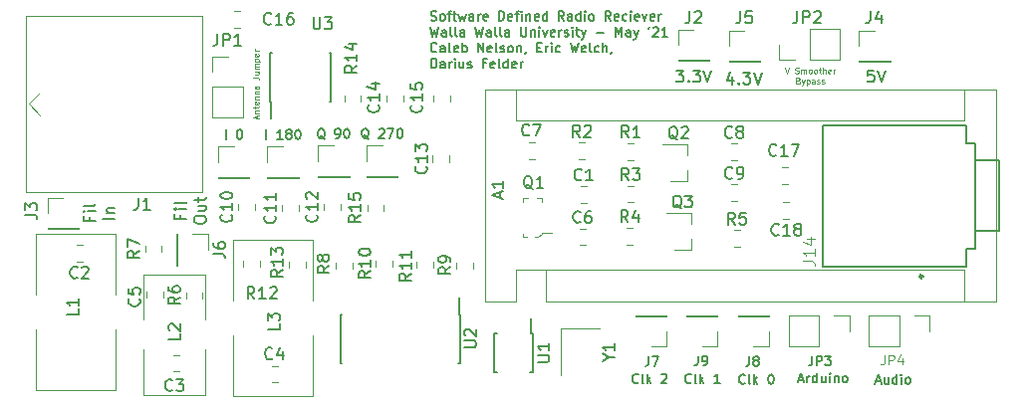
<source format=gbr>
G04 #@! TF.GenerationSoftware,KiCad,Pcbnew,(5.1.9)-1*
G04 #@! TF.CreationDate,2021-05-04T19:46:14-07:00*
G04 #@! TF.ProjectId,SDRReciever,53445252-6563-4696-9576-65722e6b6963,1*
G04 #@! TF.SameCoordinates,Original*
G04 #@! TF.FileFunction,Legend,Top*
G04 #@! TF.FilePolarity,Positive*
%FSLAX46Y46*%
G04 Gerber Fmt 4.6, Leading zero omitted, Abs format (unit mm)*
G04 Created by KiCad (PCBNEW (5.1.9)-1) date 2021-05-04 19:46:14*
%MOMM*%
%LPD*%
G01*
G04 APERTURE LIST*
%ADD10C,0.150000*%
%ADD11C,0.125000*%
%ADD12C,0.120000*%
%ADD13C,0.304800*%
%ADD14C,0.127000*%
%ADD15C,0.100000*%
%ADD16C,0.130000*%
%ADD17C,0.015000*%
G04 APERTURE END LIST*
D10*
X131148780Y-117488309D02*
X131263066Y-117526404D01*
X131453542Y-117526404D01*
X131529733Y-117488309D01*
X131567828Y-117450214D01*
X131605923Y-117374023D01*
X131605923Y-117297833D01*
X131567828Y-117221642D01*
X131529733Y-117183547D01*
X131453542Y-117145452D01*
X131301161Y-117107357D01*
X131224971Y-117069261D01*
X131186876Y-117031166D01*
X131148780Y-116954976D01*
X131148780Y-116878785D01*
X131186876Y-116802595D01*
X131224971Y-116764500D01*
X131301161Y-116726404D01*
X131491638Y-116726404D01*
X131605923Y-116764500D01*
X132063066Y-117526404D02*
X131986876Y-117488309D01*
X131948780Y-117450214D01*
X131910685Y-117374023D01*
X131910685Y-117145452D01*
X131948780Y-117069261D01*
X131986876Y-117031166D01*
X132063066Y-116993071D01*
X132177352Y-116993071D01*
X132253542Y-117031166D01*
X132291638Y-117069261D01*
X132329733Y-117145452D01*
X132329733Y-117374023D01*
X132291638Y-117450214D01*
X132253542Y-117488309D01*
X132177352Y-117526404D01*
X132063066Y-117526404D01*
X132558304Y-116993071D02*
X132863066Y-116993071D01*
X132672590Y-117526404D02*
X132672590Y-116840690D01*
X132710685Y-116764500D01*
X132786876Y-116726404D01*
X132863066Y-116726404D01*
X133015447Y-116993071D02*
X133320209Y-116993071D01*
X133129733Y-116726404D02*
X133129733Y-117412119D01*
X133167828Y-117488309D01*
X133244019Y-117526404D01*
X133320209Y-117526404D01*
X133510685Y-116993071D02*
X133663066Y-117526404D01*
X133815447Y-117145452D01*
X133967828Y-117526404D01*
X134120209Y-116993071D01*
X134767828Y-117526404D02*
X134767828Y-117107357D01*
X134729733Y-117031166D01*
X134653542Y-116993071D01*
X134501161Y-116993071D01*
X134424971Y-117031166D01*
X134767828Y-117488309D02*
X134691638Y-117526404D01*
X134501161Y-117526404D01*
X134424971Y-117488309D01*
X134386876Y-117412119D01*
X134386876Y-117335928D01*
X134424971Y-117259738D01*
X134501161Y-117221642D01*
X134691638Y-117221642D01*
X134767828Y-117183547D01*
X135148780Y-117526404D02*
X135148780Y-116993071D01*
X135148780Y-117145452D02*
X135186876Y-117069261D01*
X135224971Y-117031166D01*
X135301161Y-116993071D01*
X135377352Y-116993071D01*
X135948780Y-117488309D02*
X135872590Y-117526404D01*
X135720209Y-117526404D01*
X135644019Y-117488309D01*
X135605923Y-117412119D01*
X135605923Y-117107357D01*
X135644019Y-117031166D01*
X135720209Y-116993071D01*
X135872590Y-116993071D01*
X135948780Y-117031166D01*
X135986876Y-117107357D01*
X135986876Y-117183547D01*
X135605923Y-117259738D01*
X136939257Y-117526404D02*
X136939257Y-116726404D01*
X137129733Y-116726404D01*
X137244019Y-116764500D01*
X137320209Y-116840690D01*
X137358304Y-116916880D01*
X137396400Y-117069261D01*
X137396400Y-117183547D01*
X137358304Y-117335928D01*
X137320209Y-117412119D01*
X137244019Y-117488309D01*
X137129733Y-117526404D01*
X136939257Y-117526404D01*
X138044019Y-117488309D02*
X137967828Y-117526404D01*
X137815447Y-117526404D01*
X137739257Y-117488309D01*
X137701161Y-117412119D01*
X137701161Y-117107357D01*
X137739257Y-117031166D01*
X137815447Y-116993071D01*
X137967828Y-116993071D01*
X138044019Y-117031166D01*
X138082114Y-117107357D01*
X138082114Y-117183547D01*
X137701161Y-117259738D01*
X138310685Y-116993071D02*
X138615447Y-116993071D01*
X138424971Y-117526404D02*
X138424971Y-116840690D01*
X138463066Y-116764500D01*
X138539257Y-116726404D01*
X138615447Y-116726404D01*
X138882114Y-117526404D02*
X138882114Y-116993071D01*
X138882114Y-116726404D02*
X138844019Y-116764500D01*
X138882114Y-116802595D01*
X138920209Y-116764500D01*
X138882114Y-116726404D01*
X138882114Y-116802595D01*
X139263066Y-116993071D02*
X139263066Y-117526404D01*
X139263066Y-117069261D02*
X139301161Y-117031166D01*
X139377352Y-116993071D01*
X139491638Y-116993071D01*
X139567828Y-117031166D01*
X139605923Y-117107357D01*
X139605923Y-117526404D01*
X140291638Y-117488309D02*
X140215447Y-117526404D01*
X140063066Y-117526404D01*
X139986876Y-117488309D01*
X139948780Y-117412119D01*
X139948780Y-117107357D01*
X139986876Y-117031166D01*
X140063066Y-116993071D01*
X140215447Y-116993071D01*
X140291638Y-117031166D01*
X140329733Y-117107357D01*
X140329733Y-117183547D01*
X139948780Y-117259738D01*
X141015447Y-117526404D02*
X141015447Y-116726404D01*
X141015447Y-117488309D02*
X140939257Y-117526404D01*
X140786876Y-117526404D01*
X140710685Y-117488309D01*
X140672590Y-117450214D01*
X140634495Y-117374023D01*
X140634495Y-117145452D01*
X140672590Y-117069261D01*
X140710685Y-117031166D01*
X140786876Y-116993071D01*
X140939257Y-116993071D01*
X141015447Y-117031166D01*
X142463066Y-117526404D02*
X142196400Y-117145452D01*
X142005923Y-117526404D02*
X142005923Y-116726404D01*
X142310685Y-116726404D01*
X142386876Y-116764500D01*
X142424971Y-116802595D01*
X142463066Y-116878785D01*
X142463066Y-116993071D01*
X142424971Y-117069261D01*
X142386876Y-117107357D01*
X142310685Y-117145452D01*
X142005923Y-117145452D01*
X143148780Y-117526404D02*
X143148780Y-117107357D01*
X143110685Y-117031166D01*
X143034495Y-116993071D01*
X142882114Y-116993071D01*
X142805923Y-117031166D01*
X143148780Y-117488309D02*
X143072590Y-117526404D01*
X142882114Y-117526404D01*
X142805923Y-117488309D01*
X142767828Y-117412119D01*
X142767828Y-117335928D01*
X142805923Y-117259738D01*
X142882114Y-117221642D01*
X143072590Y-117221642D01*
X143148780Y-117183547D01*
X143872590Y-117526404D02*
X143872590Y-116726404D01*
X143872590Y-117488309D02*
X143796400Y-117526404D01*
X143644019Y-117526404D01*
X143567828Y-117488309D01*
X143529733Y-117450214D01*
X143491638Y-117374023D01*
X143491638Y-117145452D01*
X143529733Y-117069261D01*
X143567828Y-117031166D01*
X143644019Y-116993071D01*
X143796400Y-116993071D01*
X143872590Y-117031166D01*
X144253542Y-117526404D02*
X144253542Y-116993071D01*
X144253542Y-116726404D02*
X144215447Y-116764500D01*
X144253542Y-116802595D01*
X144291638Y-116764500D01*
X144253542Y-116726404D01*
X144253542Y-116802595D01*
X144748780Y-117526404D02*
X144672590Y-117488309D01*
X144634495Y-117450214D01*
X144596400Y-117374023D01*
X144596400Y-117145452D01*
X144634495Y-117069261D01*
X144672590Y-117031166D01*
X144748780Y-116993071D01*
X144863066Y-116993071D01*
X144939257Y-117031166D01*
X144977352Y-117069261D01*
X145015447Y-117145452D01*
X145015447Y-117374023D01*
X144977352Y-117450214D01*
X144939257Y-117488309D01*
X144863066Y-117526404D01*
X144748780Y-117526404D01*
X146424971Y-117526404D02*
X146158304Y-117145452D01*
X145967828Y-117526404D02*
X145967828Y-116726404D01*
X146272590Y-116726404D01*
X146348780Y-116764500D01*
X146386876Y-116802595D01*
X146424971Y-116878785D01*
X146424971Y-116993071D01*
X146386876Y-117069261D01*
X146348780Y-117107357D01*
X146272590Y-117145452D01*
X145967828Y-117145452D01*
X147072590Y-117488309D02*
X146996400Y-117526404D01*
X146844019Y-117526404D01*
X146767828Y-117488309D01*
X146729733Y-117412119D01*
X146729733Y-117107357D01*
X146767828Y-117031166D01*
X146844019Y-116993071D01*
X146996400Y-116993071D01*
X147072590Y-117031166D01*
X147110685Y-117107357D01*
X147110685Y-117183547D01*
X146729733Y-117259738D01*
X147796400Y-117488309D02*
X147720209Y-117526404D01*
X147567828Y-117526404D01*
X147491638Y-117488309D01*
X147453542Y-117450214D01*
X147415447Y-117374023D01*
X147415447Y-117145452D01*
X147453542Y-117069261D01*
X147491638Y-117031166D01*
X147567828Y-116993071D01*
X147720209Y-116993071D01*
X147796400Y-117031166D01*
X148139257Y-117526404D02*
X148139257Y-116993071D01*
X148139257Y-116726404D02*
X148101161Y-116764500D01*
X148139257Y-116802595D01*
X148177352Y-116764500D01*
X148139257Y-116726404D01*
X148139257Y-116802595D01*
X148824971Y-117488309D02*
X148748780Y-117526404D01*
X148596400Y-117526404D01*
X148520209Y-117488309D01*
X148482114Y-117412119D01*
X148482114Y-117107357D01*
X148520209Y-117031166D01*
X148596400Y-116993071D01*
X148748780Y-116993071D01*
X148824971Y-117031166D01*
X148863066Y-117107357D01*
X148863066Y-117183547D01*
X148482114Y-117259738D01*
X149129733Y-116993071D02*
X149320209Y-117526404D01*
X149510685Y-116993071D01*
X150120209Y-117488309D02*
X150044019Y-117526404D01*
X149891638Y-117526404D01*
X149815447Y-117488309D01*
X149777352Y-117412119D01*
X149777352Y-117107357D01*
X149815447Y-117031166D01*
X149891638Y-116993071D01*
X150044019Y-116993071D01*
X150120209Y-117031166D01*
X150158304Y-117107357D01*
X150158304Y-117183547D01*
X149777352Y-117259738D01*
X150501161Y-117526404D02*
X150501161Y-116993071D01*
X150501161Y-117145452D02*
X150539257Y-117069261D01*
X150577352Y-117031166D01*
X150653542Y-116993071D01*
X150729733Y-116993071D01*
X131110685Y-118076404D02*
X131301161Y-118876404D01*
X131453542Y-118304976D01*
X131605923Y-118876404D01*
X131796400Y-118076404D01*
X132444019Y-118876404D02*
X132444019Y-118457357D01*
X132405923Y-118381166D01*
X132329733Y-118343071D01*
X132177352Y-118343071D01*
X132101161Y-118381166D01*
X132444019Y-118838309D02*
X132367828Y-118876404D01*
X132177352Y-118876404D01*
X132101161Y-118838309D01*
X132063066Y-118762119D01*
X132063066Y-118685928D01*
X132101161Y-118609738D01*
X132177352Y-118571642D01*
X132367828Y-118571642D01*
X132444019Y-118533547D01*
X132939257Y-118876404D02*
X132863066Y-118838309D01*
X132824971Y-118762119D01*
X132824971Y-118076404D01*
X133358304Y-118876404D02*
X133282114Y-118838309D01*
X133244019Y-118762119D01*
X133244019Y-118076404D01*
X134005923Y-118876404D02*
X134005923Y-118457357D01*
X133967828Y-118381166D01*
X133891638Y-118343071D01*
X133739257Y-118343071D01*
X133663066Y-118381166D01*
X134005923Y-118838309D02*
X133929733Y-118876404D01*
X133739257Y-118876404D01*
X133663066Y-118838309D01*
X133624971Y-118762119D01*
X133624971Y-118685928D01*
X133663066Y-118609738D01*
X133739257Y-118571642D01*
X133929733Y-118571642D01*
X134005923Y-118533547D01*
X134920209Y-118076404D02*
X135110685Y-118876404D01*
X135263066Y-118304976D01*
X135415447Y-118876404D01*
X135605923Y-118076404D01*
X136253542Y-118876404D02*
X136253542Y-118457357D01*
X136215447Y-118381166D01*
X136139257Y-118343071D01*
X135986876Y-118343071D01*
X135910685Y-118381166D01*
X136253542Y-118838309D02*
X136177352Y-118876404D01*
X135986876Y-118876404D01*
X135910685Y-118838309D01*
X135872590Y-118762119D01*
X135872590Y-118685928D01*
X135910685Y-118609738D01*
X135986876Y-118571642D01*
X136177352Y-118571642D01*
X136253542Y-118533547D01*
X136748780Y-118876404D02*
X136672590Y-118838309D01*
X136634495Y-118762119D01*
X136634495Y-118076404D01*
X137167828Y-118876404D02*
X137091638Y-118838309D01*
X137053542Y-118762119D01*
X137053542Y-118076404D01*
X137815447Y-118876404D02*
X137815447Y-118457357D01*
X137777352Y-118381166D01*
X137701161Y-118343071D01*
X137548780Y-118343071D01*
X137472590Y-118381166D01*
X137815447Y-118838309D02*
X137739257Y-118876404D01*
X137548780Y-118876404D01*
X137472590Y-118838309D01*
X137434495Y-118762119D01*
X137434495Y-118685928D01*
X137472590Y-118609738D01*
X137548780Y-118571642D01*
X137739257Y-118571642D01*
X137815447Y-118533547D01*
X138805923Y-118076404D02*
X138805923Y-118724023D01*
X138844019Y-118800214D01*
X138882114Y-118838309D01*
X138958304Y-118876404D01*
X139110685Y-118876404D01*
X139186876Y-118838309D01*
X139224971Y-118800214D01*
X139263066Y-118724023D01*
X139263066Y-118076404D01*
X139644019Y-118343071D02*
X139644019Y-118876404D01*
X139644019Y-118419261D02*
X139682114Y-118381166D01*
X139758304Y-118343071D01*
X139872590Y-118343071D01*
X139948780Y-118381166D01*
X139986876Y-118457357D01*
X139986876Y-118876404D01*
X140367828Y-118876404D02*
X140367828Y-118343071D01*
X140367828Y-118076404D02*
X140329733Y-118114500D01*
X140367828Y-118152595D01*
X140405923Y-118114500D01*
X140367828Y-118076404D01*
X140367828Y-118152595D01*
X140672590Y-118343071D02*
X140863066Y-118876404D01*
X141053542Y-118343071D01*
X141663066Y-118838309D02*
X141586876Y-118876404D01*
X141434495Y-118876404D01*
X141358304Y-118838309D01*
X141320209Y-118762119D01*
X141320209Y-118457357D01*
X141358304Y-118381166D01*
X141434495Y-118343071D01*
X141586876Y-118343071D01*
X141663066Y-118381166D01*
X141701161Y-118457357D01*
X141701161Y-118533547D01*
X141320209Y-118609738D01*
X142044019Y-118876404D02*
X142044019Y-118343071D01*
X142044019Y-118495452D02*
X142082114Y-118419261D01*
X142120209Y-118381166D01*
X142196400Y-118343071D01*
X142272590Y-118343071D01*
X142501161Y-118838309D02*
X142577352Y-118876404D01*
X142729733Y-118876404D01*
X142805923Y-118838309D01*
X142844019Y-118762119D01*
X142844019Y-118724023D01*
X142805923Y-118647833D01*
X142729733Y-118609738D01*
X142615447Y-118609738D01*
X142539257Y-118571642D01*
X142501161Y-118495452D01*
X142501161Y-118457357D01*
X142539257Y-118381166D01*
X142615447Y-118343071D01*
X142729733Y-118343071D01*
X142805923Y-118381166D01*
X143186876Y-118876404D02*
X143186876Y-118343071D01*
X143186876Y-118076404D02*
X143148780Y-118114500D01*
X143186876Y-118152595D01*
X143224971Y-118114500D01*
X143186876Y-118076404D01*
X143186876Y-118152595D01*
X143453542Y-118343071D02*
X143758304Y-118343071D01*
X143567828Y-118076404D02*
X143567828Y-118762119D01*
X143605923Y-118838309D01*
X143682114Y-118876404D01*
X143758304Y-118876404D01*
X143948780Y-118343071D02*
X144139257Y-118876404D01*
X144329733Y-118343071D02*
X144139257Y-118876404D01*
X144063066Y-119066880D01*
X144024971Y-119104976D01*
X143948780Y-119143071D01*
X145244019Y-118571642D02*
X145853542Y-118571642D01*
X146844019Y-118876404D02*
X146844019Y-118076404D01*
X147110685Y-118647833D01*
X147377352Y-118076404D01*
X147377352Y-118876404D01*
X148101161Y-118876404D02*
X148101161Y-118457357D01*
X148063066Y-118381166D01*
X147986876Y-118343071D01*
X147834495Y-118343071D01*
X147758304Y-118381166D01*
X148101161Y-118838309D02*
X148024971Y-118876404D01*
X147834495Y-118876404D01*
X147758304Y-118838309D01*
X147720209Y-118762119D01*
X147720209Y-118685928D01*
X147758304Y-118609738D01*
X147834495Y-118571642D01*
X148024971Y-118571642D01*
X148101161Y-118533547D01*
X148405923Y-118343071D02*
X148596400Y-118876404D01*
X148786876Y-118343071D02*
X148596400Y-118876404D01*
X148520209Y-119066880D01*
X148482114Y-119104976D01*
X148405923Y-119143071D01*
X149739257Y-118076404D02*
X149663066Y-118228785D01*
X150044019Y-118152595D02*
X150082114Y-118114500D01*
X150158304Y-118076404D01*
X150348780Y-118076404D01*
X150424971Y-118114500D01*
X150463066Y-118152595D01*
X150501161Y-118228785D01*
X150501161Y-118304976D01*
X150463066Y-118419261D01*
X150005923Y-118876404D01*
X150501161Y-118876404D01*
X151263066Y-118876404D02*
X150805923Y-118876404D01*
X151034495Y-118876404D02*
X151034495Y-118076404D01*
X150958304Y-118190690D01*
X150882114Y-118266880D01*
X150805923Y-118304976D01*
X131644019Y-120150214D02*
X131605923Y-120188309D01*
X131491638Y-120226404D01*
X131415447Y-120226404D01*
X131301161Y-120188309D01*
X131224971Y-120112119D01*
X131186876Y-120035928D01*
X131148780Y-119883547D01*
X131148780Y-119769261D01*
X131186876Y-119616880D01*
X131224971Y-119540690D01*
X131301161Y-119464500D01*
X131415447Y-119426404D01*
X131491638Y-119426404D01*
X131605923Y-119464500D01*
X131644019Y-119502595D01*
X132329733Y-120226404D02*
X132329733Y-119807357D01*
X132291638Y-119731166D01*
X132215447Y-119693071D01*
X132063066Y-119693071D01*
X131986876Y-119731166D01*
X132329733Y-120188309D02*
X132253542Y-120226404D01*
X132063066Y-120226404D01*
X131986876Y-120188309D01*
X131948780Y-120112119D01*
X131948780Y-120035928D01*
X131986876Y-119959738D01*
X132063066Y-119921642D01*
X132253542Y-119921642D01*
X132329733Y-119883547D01*
X132824971Y-120226404D02*
X132748780Y-120188309D01*
X132710685Y-120112119D01*
X132710685Y-119426404D01*
X133434495Y-120188309D02*
X133358304Y-120226404D01*
X133205923Y-120226404D01*
X133129733Y-120188309D01*
X133091638Y-120112119D01*
X133091638Y-119807357D01*
X133129733Y-119731166D01*
X133205923Y-119693071D01*
X133358304Y-119693071D01*
X133434495Y-119731166D01*
X133472590Y-119807357D01*
X133472590Y-119883547D01*
X133091638Y-119959738D01*
X133815447Y-120226404D02*
X133815447Y-119426404D01*
X133815447Y-119731166D02*
X133891638Y-119693071D01*
X134044019Y-119693071D01*
X134120209Y-119731166D01*
X134158304Y-119769261D01*
X134196400Y-119845452D01*
X134196400Y-120074023D01*
X134158304Y-120150214D01*
X134120209Y-120188309D01*
X134044019Y-120226404D01*
X133891638Y-120226404D01*
X133815447Y-120188309D01*
X135148780Y-120226404D02*
X135148780Y-119426404D01*
X135605923Y-120226404D01*
X135605923Y-119426404D01*
X136291638Y-120188309D02*
X136215447Y-120226404D01*
X136063066Y-120226404D01*
X135986876Y-120188309D01*
X135948780Y-120112119D01*
X135948780Y-119807357D01*
X135986876Y-119731166D01*
X136063066Y-119693071D01*
X136215447Y-119693071D01*
X136291638Y-119731166D01*
X136329733Y-119807357D01*
X136329733Y-119883547D01*
X135948780Y-119959738D01*
X136786876Y-120226404D02*
X136710685Y-120188309D01*
X136672590Y-120112119D01*
X136672590Y-119426404D01*
X137053542Y-120188309D02*
X137129733Y-120226404D01*
X137282114Y-120226404D01*
X137358304Y-120188309D01*
X137396400Y-120112119D01*
X137396400Y-120074023D01*
X137358304Y-119997833D01*
X137282114Y-119959738D01*
X137167828Y-119959738D01*
X137091638Y-119921642D01*
X137053542Y-119845452D01*
X137053542Y-119807357D01*
X137091638Y-119731166D01*
X137167828Y-119693071D01*
X137282114Y-119693071D01*
X137358304Y-119731166D01*
X137853542Y-120226404D02*
X137777352Y-120188309D01*
X137739257Y-120150214D01*
X137701161Y-120074023D01*
X137701161Y-119845452D01*
X137739257Y-119769261D01*
X137777352Y-119731166D01*
X137853542Y-119693071D01*
X137967828Y-119693071D01*
X138044019Y-119731166D01*
X138082114Y-119769261D01*
X138120209Y-119845452D01*
X138120209Y-120074023D01*
X138082114Y-120150214D01*
X138044019Y-120188309D01*
X137967828Y-120226404D01*
X137853542Y-120226404D01*
X138463066Y-119693071D02*
X138463066Y-120226404D01*
X138463066Y-119769261D02*
X138501161Y-119731166D01*
X138577352Y-119693071D01*
X138691638Y-119693071D01*
X138767828Y-119731166D01*
X138805923Y-119807357D01*
X138805923Y-120226404D01*
X139224971Y-120188309D02*
X139224971Y-120226404D01*
X139186876Y-120302595D01*
X139148780Y-120340690D01*
X140177352Y-119807357D02*
X140444019Y-119807357D01*
X140558304Y-120226404D02*
X140177352Y-120226404D01*
X140177352Y-119426404D01*
X140558304Y-119426404D01*
X140901161Y-120226404D02*
X140901161Y-119693071D01*
X140901161Y-119845452D02*
X140939257Y-119769261D01*
X140977352Y-119731166D01*
X141053542Y-119693071D01*
X141129733Y-119693071D01*
X141396400Y-120226404D02*
X141396400Y-119693071D01*
X141396400Y-119426404D02*
X141358304Y-119464500D01*
X141396400Y-119502595D01*
X141434495Y-119464500D01*
X141396400Y-119426404D01*
X141396400Y-119502595D01*
X142120209Y-120188309D02*
X142044019Y-120226404D01*
X141891638Y-120226404D01*
X141815447Y-120188309D01*
X141777352Y-120150214D01*
X141739257Y-120074023D01*
X141739257Y-119845452D01*
X141777352Y-119769261D01*
X141815447Y-119731166D01*
X141891638Y-119693071D01*
X142044019Y-119693071D01*
X142120209Y-119731166D01*
X142996400Y-119426404D02*
X143186876Y-120226404D01*
X143339257Y-119654976D01*
X143491638Y-120226404D01*
X143682114Y-119426404D01*
X144291638Y-120188309D02*
X144215447Y-120226404D01*
X144063066Y-120226404D01*
X143986876Y-120188309D01*
X143948780Y-120112119D01*
X143948780Y-119807357D01*
X143986876Y-119731166D01*
X144063066Y-119693071D01*
X144215447Y-119693071D01*
X144291638Y-119731166D01*
X144329733Y-119807357D01*
X144329733Y-119883547D01*
X143948780Y-119959738D01*
X144786876Y-120226404D02*
X144710685Y-120188309D01*
X144672590Y-120112119D01*
X144672590Y-119426404D01*
X145434495Y-120188309D02*
X145358304Y-120226404D01*
X145205923Y-120226404D01*
X145129733Y-120188309D01*
X145091638Y-120150214D01*
X145053542Y-120074023D01*
X145053542Y-119845452D01*
X145091638Y-119769261D01*
X145129733Y-119731166D01*
X145205923Y-119693071D01*
X145358304Y-119693071D01*
X145434495Y-119731166D01*
X145777352Y-120226404D02*
X145777352Y-119426404D01*
X146120209Y-120226404D02*
X146120209Y-119807357D01*
X146082114Y-119731166D01*
X146005923Y-119693071D01*
X145891638Y-119693071D01*
X145815447Y-119731166D01*
X145777352Y-119769261D01*
X146539257Y-120188309D02*
X146539257Y-120226404D01*
X146501161Y-120302595D01*
X146463066Y-120340690D01*
X131186876Y-121576404D02*
X131186876Y-120776404D01*
X131377352Y-120776404D01*
X131491638Y-120814500D01*
X131567828Y-120890690D01*
X131605923Y-120966880D01*
X131644019Y-121119261D01*
X131644019Y-121233547D01*
X131605923Y-121385928D01*
X131567828Y-121462119D01*
X131491638Y-121538309D01*
X131377352Y-121576404D01*
X131186876Y-121576404D01*
X132329733Y-121576404D02*
X132329733Y-121157357D01*
X132291638Y-121081166D01*
X132215447Y-121043071D01*
X132063066Y-121043071D01*
X131986876Y-121081166D01*
X132329733Y-121538309D02*
X132253542Y-121576404D01*
X132063066Y-121576404D01*
X131986876Y-121538309D01*
X131948780Y-121462119D01*
X131948780Y-121385928D01*
X131986876Y-121309738D01*
X132063066Y-121271642D01*
X132253542Y-121271642D01*
X132329733Y-121233547D01*
X132710685Y-121576404D02*
X132710685Y-121043071D01*
X132710685Y-121195452D02*
X132748780Y-121119261D01*
X132786876Y-121081166D01*
X132863066Y-121043071D01*
X132939257Y-121043071D01*
X133205923Y-121576404D02*
X133205923Y-121043071D01*
X133205923Y-120776404D02*
X133167828Y-120814500D01*
X133205923Y-120852595D01*
X133244019Y-120814500D01*
X133205923Y-120776404D01*
X133205923Y-120852595D01*
X133929733Y-121043071D02*
X133929733Y-121576404D01*
X133586876Y-121043071D02*
X133586876Y-121462119D01*
X133624971Y-121538309D01*
X133701161Y-121576404D01*
X133815447Y-121576404D01*
X133891638Y-121538309D01*
X133929733Y-121500214D01*
X134272590Y-121538309D02*
X134348780Y-121576404D01*
X134501161Y-121576404D01*
X134577352Y-121538309D01*
X134615447Y-121462119D01*
X134615447Y-121424023D01*
X134577352Y-121347833D01*
X134501161Y-121309738D01*
X134386876Y-121309738D01*
X134310685Y-121271642D01*
X134272590Y-121195452D01*
X134272590Y-121157357D01*
X134310685Y-121081166D01*
X134386876Y-121043071D01*
X134501161Y-121043071D01*
X134577352Y-121081166D01*
X135834495Y-121157357D02*
X135567828Y-121157357D01*
X135567828Y-121576404D02*
X135567828Y-120776404D01*
X135948780Y-120776404D01*
X136558304Y-121538309D02*
X136482114Y-121576404D01*
X136329733Y-121576404D01*
X136253542Y-121538309D01*
X136215447Y-121462119D01*
X136215447Y-121157357D01*
X136253542Y-121081166D01*
X136329733Y-121043071D01*
X136482114Y-121043071D01*
X136558304Y-121081166D01*
X136596400Y-121157357D01*
X136596400Y-121233547D01*
X136215447Y-121309738D01*
X137053542Y-121576404D02*
X136977352Y-121538309D01*
X136939257Y-121462119D01*
X136939257Y-120776404D01*
X137701161Y-121576404D02*
X137701161Y-120776404D01*
X137701161Y-121538309D02*
X137624971Y-121576404D01*
X137472590Y-121576404D01*
X137396400Y-121538309D01*
X137358304Y-121500214D01*
X137320209Y-121424023D01*
X137320209Y-121195452D01*
X137358304Y-121119261D01*
X137396400Y-121081166D01*
X137472590Y-121043071D01*
X137624971Y-121043071D01*
X137701161Y-121081166D01*
X138386876Y-121538309D02*
X138310685Y-121576404D01*
X138158304Y-121576404D01*
X138082114Y-121538309D01*
X138044019Y-121462119D01*
X138044019Y-121157357D01*
X138082114Y-121081166D01*
X138158304Y-121043071D01*
X138310685Y-121043071D01*
X138386876Y-121081166D01*
X138424971Y-121157357D01*
X138424971Y-121233547D01*
X138044019Y-121309738D01*
X138767828Y-121576404D02*
X138767828Y-121043071D01*
X138767828Y-121195452D02*
X138805923Y-121119261D01*
X138844019Y-121081166D01*
X138920209Y-121043071D01*
X138996400Y-121043071D01*
X148761571Y-148304214D02*
X148723476Y-148342309D01*
X148609190Y-148380404D01*
X148533000Y-148380404D01*
X148418714Y-148342309D01*
X148342523Y-148266119D01*
X148304428Y-148189928D01*
X148266333Y-148037547D01*
X148266333Y-147923261D01*
X148304428Y-147770880D01*
X148342523Y-147694690D01*
X148418714Y-147618500D01*
X148533000Y-147580404D01*
X148609190Y-147580404D01*
X148723476Y-147618500D01*
X148761571Y-147656595D01*
X149218714Y-148380404D02*
X149142523Y-148342309D01*
X149104428Y-148266119D01*
X149104428Y-147580404D01*
X149523476Y-148380404D02*
X149523476Y-147580404D01*
X149599666Y-148075642D02*
X149828238Y-148380404D01*
X149828238Y-147847071D02*
X149523476Y-148151833D01*
X150742523Y-147656595D02*
X150780619Y-147618500D01*
X150856809Y-147580404D01*
X151047285Y-147580404D01*
X151123476Y-147618500D01*
X151161571Y-147656595D01*
X151199666Y-147732785D01*
X151199666Y-147808976D01*
X151161571Y-147923261D01*
X150704428Y-148380404D01*
X151199666Y-148380404D01*
X153270071Y-148304214D02*
X153231976Y-148342309D01*
X153117690Y-148380404D01*
X153041500Y-148380404D01*
X152927214Y-148342309D01*
X152851023Y-148266119D01*
X152812928Y-148189928D01*
X152774833Y-148037547D01*
X152774833Y-147923261D01*
X152812928Y-147770880D01*
X152851023Y-147694690D01*
X152927214Y-147618500D01*
X153041500Y-147580404D01*
X153117690Y-147580404D01*
X153231976Y-147618500D01*
X153270071Y-147656595D01*
X153727214Y-148380404D02*
X153651023Y-148342309D01*
X153612928Y-148266119D01*
X153612928Y-147580404D01*
X154031976Y-148380404D02*
X154031976Y-147580404D01*
X154108166Y-148075642D02*
X154336738Y-148380404D01*
X154336738Y-147847071D02*
X154031976Y-148151833D01*
X155708166Y-148380404D02*
X155251023Y-148380404D01*
X155479595Y-148380404D02*
X155479595Y-147580404D01*
X155403404Y-147694690D01*
X155327214Y-147770880D01*
X155251023Y-147808976D01*
X157842071Y-148367714D02*
X157803976Y-148405809D01*
X157689690Y-148443904D01*
X157613500Y-148443904D01*
X157499214Y-148405809D01*
X157423023Y-148329619D01*
X157384928Y-148253428D01*
X157346833Y-148101047D01*
X157346833Y-147986761D01*
X157384928Y-147834380D01*
X157423023Y-147758190D01*
X157499214Y-147682000D01*
X157613500Y-147643904D01*
X157689690Y-147643904D01*
X157803976Y-147682000D01*
X157842071Y-147720095D01*
X158299214Y-148443904D02*
X158223023Y-148405809D01*
X158184928Y-148329619D01*
X158184928Y-147643904D01*
X158603976Y-148443904D02*
X158603976Y-147643904D01*
X158680166Y-148139142D02*
X158908738Y-148443904D01*
X158908738Y-147910571D02*
X158603976Y-148215333D01*
X160013500Y-147643904D02*
X160089690Y-147643904D01*
X160165880Y-147682000D01*
X160203976Y-147720095D01*
X160242071Y-147796285D01*
X160280166Y-147948666D01*
X160280166Y-148139142D01*
X160242071Y-148291523D01*
X160203976Y-148367714D01*
X160165880Y-148405809D01*
X160089690Y-148443904D01*
X160013500Y-148443904D01*
X159937309Y-148405809D01*
X159899214Y-148367714D01*
X159861119Y-148291523D01*
X159823023Y-148139142D01*
X159823023Y-147948666D01*
X159861119Y-147796285D01*
X159899214Y-147720095D01*
X159937309Y-147682000D01*
X160013500Y-147643904D01*
X162388809Y-148088333D02*
X162769761Y-148088333D01*
X162312619Y-148316904D02*
X162579285Y-147516904D01*
X162845952Y-148316904D01*
X163112619Y-148316904D02*
X163112619Y-147783571D01*
X163112619Y-147935952D02*
X163150714Y-147859761D01*
X163188809Y-147821666D01*
X163265000Y-147783571D01*
X163341190Y-147783571D01*
X163950714Y-148316904D02*
X163950714Y-147516904D01*
X163950714Y-148278809D02*
X163874523Y-148316904D01*
X163722142Y-148316904D01*
X163645952Y-148278809D01*
X163607857Y-148240714D01*
X163569761Y-148164523D01*
X163569761Y-147935952D01*
X163607857Y-147859761D01*
X163645952Y-147821666D01*
X163722142Y-147783571D01*
X163874523Y-147783571D01*
X163950714Y-147821666D01*
X164674523Y-147783571D02*
X164674523Y-148316904D01*
X164331666Y-147783571D02*
X164331666Y-148202619D01*
X164369761Y-148278809D01*
X164445952Y-148316904D01*
X164560238Y-148316904D01*
X164636428Y-148278809D01*
X164674523Y-148240714D01*
X165055476Y-148316904D02*
X165055476Y-147783571D01*
X165055476Y-147516904D02*
X165017380Y-147555000D01*
X165055476Y-147593095D01*
X165093571Y-147555000D01*
X165055476Y-147516904D01*
X165055476Y-147593095D01*
X165436428Y-147783571D02*
X165436428Y-148316904D01*
X165436428Y-147859761D02*
X165474523Y-147821666D01*
X165550714Y-147783571D01*
X165665000Y-147783571D01*
X165741190Y-147821666D01*
X165779285Y-147897857D01*
X165779285Y-148316904D01*
X166274523Y-148316904D02*
X166198333Y-148278809D01*
X166160238Y-148240714D01*
X166122142Y-148164523D01*
X166122142Y-147935952D01*
X166160238Y-147859761D01*
X166198333Y-147821666D01*
X166274523Y-147783571D01*
X166388809Y-147783571D01*
X166465000Y-147821666D01*
X166503095Y-147859761D01*
X166541190Y-147935952D01*
X166541190Y-148164523D01*
X166503095Y-148240714D01*
X166465000Y-148278809D01*
X166388809Y-148316904D01*
X166274523Y-148316904D01*
D11*
X116351833Y-125852666D02*
X116351833Y-125614571D01*
X116494690Y-125900285D02*
X115994690Y-125733619D01*
X116494690Y-125566952D01*
X116161357Y-125400285D02*
X116494690Y-125400285D01*
X116208976Y-125400285D02*
X116185166Y-125376476D01*
X116161357Y-125328857D01*
X116161357Y-125257428D01*
X116185166Y-125209809D01*
X116232785Y-125186000D01*
X116494690Y-125186000D01*
X116161357Y-125019333D02*
X116161357Y-124828857D01*
X115994690Y-124947904D02*
X116423261Y-124947904D01*
X116470880Y-124924095D01*
X116494690Y-124876476D01*
X116494690Y-124828857D01*
X116470880Y-124471714D02*
X116494690Y-124519333D01*
X116494690Y-124614571D01*
X116470880Y-124662190D01*
X116423261Y-124686000D01*
X116232785Y-124686000D01*
X116185166Y-124662190D01*
X116161357Y-124614571D01*
X116161357Y-124519333D01*
X116185166Y-124471714D01*
X116232785Y-124447904D01*
X116280404Y-124447904D01*
X116328023Y-124686000D01*
X116161357Y-124233619D02*
X116494690Y-124233619D01*
X116208976Y-124233619D02*
X116185166Y-124209809D01*
X116161357Y-124162190D01*
X116161357Y-124090761D01*
X116185166Y-124043142D01*
X116232785Y-124019333D01*
X116494690Y-124019333D01*
X116161357Y-123781238D02*
X116494690Y-123781238D01*
X116208976Y-123781238D02*
X116185166Y-123757428D01*
X116161357Y-123709809D01*
X116161357Y-123638380D01*
X116185166Y-123590761D01*
X116232785Y-123566952D01*
X116494690Y-123566952D01*
X116494690Y-123114571D02*
X116232785Y-123114571D01*
X116185166Y-123138380D01*
X116161357Y-123186000D01*
X116161357Y-123281238D01*
X116185166Y-123328857D01*
X116470880Y-123114571D02*
X116494690Y-123162190D01*
X116494690Y-123281238D01*
X116470880Y-123328857D01*
X116423261Y-123352666D01*
X116375642Y-123352666D01*
X116328023Y-123328857D01*
X116304214Y-123281238D01*
X116304214Y-123162190D01*
X116280404Y-123114571D01*
X115994690Y-122352666D02*
X116351833Y-122352666D01*
X116423261Y-122376476D01*
X116470880Y-122424095D01*
X116494690Y-122495523D01*
X116494690Y-122543142D01*
X116161357Y-121900285D02*
X116494690Y-121900285D01*
X116161357Y-122114571D02*
X116423261Y-122114571D01*
X116470880Y-122090761D01*
X116494690Y-122043142D01*
X116494690Y-121971714D01*
X116470880Y-121924095D01*
X116447071Y-121900285D01*
X116494690Y-121662190D02*
X116161357Y-121662190D01*
X116208976Y-121662190D02*
X116185166Y-121638380D01*
X116161357Y-121590761D01*
X116161357Y-121519333D01*
X116185166Y-121471714D01*
X116232785Y-121447904D01*
X116494690Y-121447904D01*
X116232785Y-121447904D02*
X116185166Y-121424095D01*
X116161357Y-121376476D01*
X116161357Y-121305047D01*
X116185166Y-121257428D01*
X116232785Y-121233619D01*
X116494690Y-121233619D01*
X116161357Y-120995523D02*
X116661357Y-120995523D01*
X116185166Y-120995523D02*
X116161357Y-120947904D01*
X116161357Y-120852666D01*
X116185166Y-120805047D01*
X116208976Y-120781238D01*
X116256595Y-120757428D01*
X116399452Y-120757428D01*
X116447071Y-120781238D01*
X116470880Y-120805047D01*
X116494690Y-120852666D01*
X116494690Y-120947904D01*
X116470880Y-120995523D01*
X116470880Y-120352666D02*
X116494690Y-120400285D01*
X116494690Y-120495523D01*
X116470880Y-120543142D01*
X116423261Y-120566952D01*
X116232785Y-120566952D01*
X116185166Y-120543142D01*
X116161357Y-120495523D01*
X116161357Y-120400285D01*
X116185166Y-120352666D01*
X116232785Y-120328857D01*
X116280404Y-120328857D01*
X116328023Y-120566952D01*
X116494690Y-120114571D02*
X116161357Y-120114571D01*
X116256595Y-120114571D02*
X116208976Y-120090761D01*
X116185166Y-120066952D01*
X116161357Y-120019333D01*
X116161357Y-119971714D01*
D10*
X109847571Y-134088142D02*
X109847571Y-134421476D01*
X110371380Y-134421476D02*
X109371380Y-134421476D01*
X109371380Y-133945285D01*
X110371380Y-133564333D02*
X109704714Y-133564333D01*
X109371380Y-133564333D02*
X109419000Y-133611952D01*
X109466619Y-133564333D01*
X109419000Y-133516714D01*
X109371380Y-133564333D01*
X109466619Y-133564333D01*
X110371380Y-132945285D02*
X110323761Y-133040523D01*
X110228523Y-133088142D01*
X109371380Y-133088142D01*
X111021380Y-134564333D02*
X111021380Y-134373857D01*
X111069000Y-134278619D01*
X111164238Y-134183380D01*
X111354714Y-134135761D01*
X111688047Y-134135761D01*
X111878523Y-134183380D01*
X111973761Y-134278619D01*
X112021380Y-134373857D01*
X112021380Y-134564333D01*
X111973761Y-134659571D01*
X111878523Y-134754809D01*
X111688047Y-134802428D01*
X111354714Y-134802428D01*
X111164238Y-134754809D01*
X111069000Y-134659571D01*
X111021380Y-134564333D01*
X111354714Y-133278619D02*
X112021380Y-133278619D01*
X111354714Y-133707190D02*
X111878523Y-133707190D01*
X111973761Y-133659571D01*
X112021380Y-133564333D01*
X112021380Y-133421476D01*
X111973761Y-133326238D01*
X111926142Y-133278619D01*
X111354714Y-132945285D02*
X111354714Y-132564333D01*
X111021380Y-132802428D02*
X111878523Y-132802428D01*
X111973761Y-132754809D01*
X112021380Y-132659571D01*
X112021380Y-132564333D01*
X102100571Y-134278642D02*
X102100571Y-134611976D01*
X102624380Y-134611976D02*
X101624380Y-134611976D01*
X101624380Y-134135785D01*
X102624380Y-133754833D02*
X101957714Y-133754833D01*
X101624380Y-133754833D02*
X101672000Y-133802452D01*
X101719619Y-133754833D01*
X101672000Y-133707214D01*
X101624380Y-133754833D01*
X101719619Y-133754833D01*
X102624380Y-133135785D02*
X102576761Y-133231023D01*
X102481523Y-133278642D01*
X101624380Y-133278642D01*
X104274380Y-134373880D02*
X103274380Y-134373880D01*
X103607714Y-133897690D02*
X104274380Y-133897690D01*
X103702952Y-133897690D02*
X103655333Y-133850071D01*
X103607714Y-133754833D01*
X103607714Y-133611976D01*
X103655333Y-133516738D01*
X103750571Y-133469119D01*
X104274380Y-133469119D01*
X168967333Y-148215333D02*
X169348285Y-148215333D01*
X168891142Y-148443904D02*
X169157809Y-147643904D01*
X169424476Y-148443904D01*
X170034000Y-147910571D02*
X170034000Y-148443904D01*
X169691142Y-147910571D02*
X169691142Y-148329619D01*
X169729238Y-148405809D01*
X169805428Y-148443904D01*
X169919714Y-148443904D01*
X169995904Y-148405809D01*
X170034000Y-148367714D01*
X170757809Y-148443904D02*
X170757809Y-147643904D01*
X170757809Y-148405809D02*
X170681619Y-148443904D01*
X170529238Y-148443904D01*
X170453047Y-148405809D01*
X170414952Y-148367714D01*
X170376857Y-148291523D01*
X170376857Y-148062952D01*
X170414952Y-147986761D01*
X170453047Y-147948666D01*
X170529238Y-147910571D01*
X170681619Y-147910571D01*
X170757809Y-147948666D01*
X171138761Y-148443904D02*
X171138761Y-147910571D01*
X171138761Y-147643904D02*
X171100666Y-147682000D01*
X171138761Y-147720095D01*
X171176857Y-147682000D01*
X171138761Y-147643904D01*
X171138761Y-147720095D01*
X171634000Y-148443904D02*
X171557809Y-148405809D01*
X171519714Y-148367714D01*
X171481619Y-148291523D01*
X171481619Y-148062952D01*
X171519714Y-147986761D01*
X171557809Y-147948666D01*
X171634000Y-147910571D01*
X171748285Y-147910571D01*
X171824476Y-147948666D01*
X171862571Y-147986761D01*
X171900666Y-148062952D01*
X171900666Y-148291523D01*
X171862571Y-148367714D01*
X171824476Y-148405809D01*
X171748285Y-148443904D01*
X171634000Y-148443904D01*
D11*
X161266452Y-121526190D02*
X161433119Y-122026190D01*
X161599785Y-121526190D01*
X162123595Y-122002380D02*
X162195023Y-122026190D01*
X162314071Y-122026190D01*
X162361690Y-122002380D01*
X162385500Y-121978571D01*
X162409309Y-121930952D01*
X162409309Y-121883333D01*
X162385500Y-121835714D01*
X162361690Y-121811904D01*
X162314071Y-121788095D01*
X162218833Y-121764285D01*
X162171214Y-121740476D01*
X162147404Y-121716666D01*
X162123595Y-121669047D01*
X162123595Y-121621428D01*
X162147404Y-121573809D01*
X162171214Y-121550000D01*
X162218833Y-121526190D01*
X162337880Y-121526190D01*
X162409309Y-121550000D01*
X162623595Y-122026190D02*
X162623595Y-121692857D01*
X162623595Y-121740476D02*
X162647404Y-121716666D01*
X162695023Y-121692857D01*
X162766452Y-121692857D01*
X162814071Y-121716666D01*
X162837880Y-121764285D01*
X162837880Y-122026190D01*
X162837880Y-121764285D02*
X162861690Y-121716666D01*
X162909309Y-121692857D01*
X162980738Y-121692857D01*
X163028357Y-121716666D01*
X163052166Y-121764285D01*
X163052166Y-122026190D01*
X163361690Y-122026190D02*
X163314071Y-122002380D01*
X163290261Y-121978571D01*
X163266452Y-121930952D01*
X163266452Y-121788095D01*
X163290261Y-121740476D01*
X163314071Y-121716666D01*
X163361690Y-121692857D01*
X163433119Y-121692857D01*
X163480738Y-121716666D01*
X163504547Y-121740476D01*
X163528357Y-121788095D01*
X163528357Y-121930952D01*
X163504547Y-121978571D01*
X163480738Y-122002380D01*
X163433119Y-122026190D01*
X163361690Y-122026190D01*
X163814071Y-122026190D02*
X163766452Y-122002380D01*
X163742642Y-121978571D01*
X163718833Y-121930952D01*
X163718833Y-121788095D01*
X163742642Y-121740476D01*
X163766452Y-121716666D01*
X163814071Y-121692857D01*
X163885500Y-121692857D01*
X163933119Y-121716666D01*
X163956928Y-121740476D01*
X163980738Y-121788095D01*
X163980738Y-121930952D01*
X163956928Y-121978571D01*
X163933119Y-122002380D01*
X163885500Y-122026190D01*
X163814071Y-122026190D01*
X164123595Y-121692857D02*
X164314071Y-121692857D01*
X164195023Y-121526190D02*
X164195023Y-121954761D01*
X164218833Y-122002380D01*
X164266452Y-122026190D01*
X164314071Y-122026190D01*
X164480738Y-122026190D02*
X164480738Y-121526190D01*
X164695023Y-122026190D02*
X164695023Y-121764285D01*
X164671214Y-121716666D01*
X164623595Y-121692857D01*
X164552166Y-121692857D01*
X164504547Y-121716666D01*
X164480738Y-121740476D01*
X165123595Y-122002380D02*
X165075976Y-122026190D01*
X164980738Y-122026190D01*
X164933119Y-122002380D01*
X164909309Y-121954761D01*
X164909309Y-121764285D01*
X164933119Y-121716666D01*
X164980738Y-121692857D01*
X165075976Y-121692857D01*
X165123595Y-121716666D01*
X165147404Y-121764285D01*
X165147404Y-121811904D01*
X164909309Y-121859523D01*
X165361690Y-122026190D02*
X165361690Y-121692857D01*
X165361690Y-121788095D02*
X165385500Y-121740476D01*
X165409309Y-121716666D01*
X165456928Y-121692857D01*
X165504547Y-121692857D01*
X162373595Y-122639285D02*
X162445023Y-122663095D01*
X162468833Y-122686904D01*
X162492642Y-122734523D01*
X162492642Y-122805952D01*
X162468833Y-122853571D01*
X162445023Y-122877380D01*
X162397404Y-122901190D01*
X162206928Y-122901190D01*
X162206928Y-122401190D01*
X162373595Y-122401190D01*
X162421214Y-122425000D01*
X162445023Y-122448809D01*
X162468833Y-122496428D01*
X162468833Y-122544047D01*
X162445023Y-122591666D01*
X162421214Y-122615476D01*
X162373595Y-122639285D01*
X162206928Y-122639285D01*
X162659309Y-122567857D02*
X162778357Y-122901190D01*
X162897404Y-122567857D02*
X162778357Y-122901190D01*
X162730738Y-123020238D01*
X162706928Y-123044047D01*
X162659309Y-123067857D01*
X163087880Y-122567857D02*
X163087880Y-123067857D01*
X163087880Y-122591666D02*
X163135500Y-122567857D01*
X163230738Y-122567857D01*
X163278357Y-122591666D01*
X163302166Y-122615476D01*
X163325976Y-122663095D01*
X163325976Y-122805952D01*
X163302166Y-122853571D01*
X163278357Y-122877380D01*
X163230738Y-122901190D01*
X163135500Y-122901190D01*
X163087880Y-122877380D01*
X163754547Y-122901190D02*
X163754547Y-122639285D01*
X163730738Y-122591666D01*
X163683119Y-122567857D01*
X163587880Y-122567857D01*
X163540261Y-122591666D01*
X163754547Y-122877380D02*
X163706928Y-122901190D01*
X163587880Y-122901190D01*
X163540261Y-122877380D01*
X163516452Y-122829761D01*
X163516452Y-122782142D01*
X163540261Y-122734523D01*
X163587880Y-122710714D01*
X163706928Y-122710714D01*
X163754547Y-122686904D01*
X163968833Y-122877380D02*
X164016452Y-122901190D01*
X164111690Y-122901190D01*
X164159309Y-122877380D01*
X164183119Y-122829761D01*
X164183119Y-122805952D01*
X164159309Y-122758333D01*
X164111690Y-122734523D01*
X164040261Y-122734523D01*
X163992642Y-122710714D01*
X163968833Y-122663095D01*
X163968833Y-122639285D01*
X163992642Y-122591666D01*
X164040261Y-122567857D01*
X164111690Y-122567857D01*
X164159309Y-122591666D01*
X164373595Y-122877380D02*
X164421214Y-122901190D01*
X164516452Y-122901190D01*
X164564071Y-122877380D01*
X164587880Y-122829761D01*
X164587880Y-122805952D01*
X164564071Y-122758333D01*
X164516452Y-122734523D01*
X164445023Y-122734523D01*
X164397404Y-122710714D01*
X164373595Y-122663095D01*
X164373595Y-122639285D01*
X164397404Y-122591666D01*
X164445023Y-122567857D01*
X164516452Y-122567857D01*
X164564071Y-122591666D01*
D10*
X168783023Y-121753380D02*
X168306833Y-121753380D01*
X168259214Y-122229571D01*
X168306833Y-122181952D01*
X168402071Y-122134333D01*
X168640166Y-122134333D01*
X168735404Y-122181952D01*
X168783023Y-122229571D01*
X168830642Y-122324809D01*
X168830642Y-122562904D01*
X168783023Y-122658142D01*
X168735404Y-122705761D01*
X168640166Y-122753380D01*
X168402071Y-122753380D01*
X168306833Y-122705761D01*
X168259214Y-122658142D01*
X169116357Y-121753380D02*
X169449690Y-122753380D01*
X169783023Y-121753380D01*
X156781619Y-122277214D02*
X156781619Y-122943880D01*
X156543523Y-121896261D02*
X156305428Y-122610547D01*
X156924476Y-122610547D01*
X157305428Y-122848642D02*
X157353047Y-122896261D01*
X157305428Y-122943880D01*
X157257809Y-122896261D01*
X157305428Y-122848642D01*
X157305428Y-122943880D01*
X157686380Y-121943880D02*
X158305428Y-121943880D01*
X157972095Y-122324833D01*
X158114952Y-122324833D01*
X158210190Y-122372452D01*
X158257809Y-122420071D01*
X158305428Y-122515309D01*
X158305428Y-122753404D01*
X158257809Y-122848642D01*
X158210190Y-122896261D01*
X158114952Y-122943880D01*
X157829238Y-122943880D01*
X157734000Y-122896261D01*
X157686380Y-122848642D01*
X158591142Y-121943880D02*
X158924476Y-122943880D01*
X159257809Y-121943880D01*
X152003309Y-121753380D02*
X152622357Y-121753380D01*
X152289023Y-122134333D01*
X152431880Y-122134333D01*
X152527119Y-122181952D01*
X152574738Y-122229571D01*
X152622357Y-122324809D01*
X152622357Y-122562904D01*
X152574738Y-122658142D01*
X152527119Y-122705761D01*
X152431880Y-122753380D01*
X152146166Y-122753380D01*
X152050928Y-122705761D01*
X152003309Y-122658142D01*
X153050928Y-122658142D02*
X153098547Y-122705761D01*
X153050928Y-122753380D01*
X153003309Y-122705761D01*
X153050928Y-122658142D01*
X153050928Y-122753380D01*
X153431880Y-121753380D02*
X154050928Y-121753380D01*
X153717595Y-122134333D01*
X153860452Y-122134333D01*
X153955690Y-122181952D01*
X154003309Y-122229571D01*
X154050928Y-122324809D01*
X154050928Y-122562904D01*
X154003309Y-122658142D01*
X153955690Y-122705761D01*
X153860452Y-122753380D01*
X153574738Y-122753380D01*
X153479500Y-122705761D01*
X153431880Y-122658142D01*
X154336642Y-121753380D02*
X154669976Y-122753380D01*
X155003309Y-121753380D01*
D12*
X135721900Y-123364800D02*
X135721900Y-141404800D01*
X179161900Y-123364800D02*
X135721900Y-123364800D01*
X179161900Y-141404800D02*
X179161900Y-123364800D01*
X176491900Y-138734800D02*
X176491900Y-141404800D01*
X140931900Y-138734800D02*
X176491900Y-138734800D01*
X140931900Y-138734800D02*
X140931900Y-141404800D01*
X176491900Y-126034800D02*
X176491900Y-123364800D01*
X138391900Y-126034800D02*
X176491900Y-126034800D01*
X138391900Y-126034800D02*
X138391900Y-123364800D01*
X135721900Y-141404800D02*
X138391900Y-141404800D01*
X140931900Y-141404800D02*
X179161900Y-141404800D01*
X138391900Y-138734800D02*
X138391900Y-141404800D01*
X140931900Y-138734800D02*
X138391900Y-138734800D01*
X143861022Y-133044000D02*
X144378178Y-133044000D01*
X143861022Y-131624000D02*
X144378178Y-131624000D01*
X101528378Y-136653200D02*
X101011222Y-136653200D01*
X101528378Y-138073200D02*
X101011222Y-138073200D01*
X109215422Y-147395000D02*
X109732578Y-147395000D01*
X109215422Y-145975000D02*
X109732578Y-145975000D01*
X117635522Y-146902100D02*
X118152678Y-146902100D01*
X117635522Y-148322100D02*
X118152678Y-148322100D01*
X106986000Y-141101578D02*
X106986000Y-140584422D01*
X108406000Y-141101578D02*
X108406000Y-140584422D01*
X143769822Y-135230800D02*
X144286978Y-135230800D01*
X143769822Y-136650800D02*
X144286978Y-136650800D01*
X139504922Y-127877500D02*
X140022078Y-127877500D01*
X139504922Y-129297500D02*
X140022078Y-129297500D01*
X156649922Y-129437200D02*
X157167078Y-129437200D01*
X156649922Y-128017200D02*
X157167078Y-128017200D01*
X156675322Y-131484300D02*
X157192478Y-131484300D01*
X156675322Y-132904300D02*
X157192478Y-132904300D01*
X114758400Y-133659378D02*
X114758400Y-133142222D01*
X116178400Y-133659378D02*
X116178400Y-133142222D01*
X119886800Y-133760978D02*
X119886800Y-133243822D01*
X118466800Y-133760978D02*
X118466800Y-133243822D01*
X123442800Y-133659378D02*
X123442800Y-133142222D01*
X122022800Y-133659378D02*
X122022800Y-133142222D01*
X131306500Y-129544578D02*
X131306500Y-129027422D01*
X132726500Y-129544578D02*
X132726500Y-129027422D01*
X128802200Y-123937022D02*
X128802200Y-124454178D01*
X127382200Y-123937022D02*
X127382200Y-124454178D01*
X131370000Y-124416078D02*
X131370000Y-123898922D01*
X132790000Y-124416078D02*
X132790000Y-123898922D01*
X114939578Y-116714200D02*
X114422422Y-116714200D01*
X114939578Y-118134200D02*
X114422422Y-118134200D01*
X161485078Y-131431100D02*
X160967922Y-131431100D01*
X161485078Y-130011100D02*
X160967922Y-130011100D01*
X161612078Y-133008300D02*
X161094922Y-133008300D01*
X161612078Y-134428300D02*
X161094922Y-134428300D01*
X152149500Y-120964000D02*
X154809500Y-120964000D01*
X152149500Y-120904000D02*
X152149500Y-120964000D01*
X154809500Y-120904000D02*
X154809500Y-120964000D01*
X152149500Y-120904000D02*
X154809500Y-120904000D01*
X152149500Y-119634000D02*
X152149500Y-118304000D01*
X152149500Y-118304000D02*
X153479500Y-118304000D01*
X98555500Y-135251500D02*
X101215500Y-135251500D01*
X98555500Y-135191500D02*
X98555500Y-135251500D01*
X101215500Y-135191500D02*
X101215500Y-135251500D01*
X98555500Y-135191500D02*
X101215500Y-135191500D01*
X98555500Y-133921500D02*
X98555500Y-132591500D01*
X98555500Y-132591500D02*
X99885500Y-132591500D01*
X167516500Y-121027500D02*
X170176500Y-121027500D01*
X167516500Y-120967500D02*
X167516500Y-121027500D01*
X170176500Y-120967500D02*
X170176500Y-121027500D01*
X167516500Y-120967500D02*
X170176500Y-120967500D01*
X167516500Y-119697500D02*
X167516500Y-118367500D01*
X167516500Y-118367500D02*
X168846500Y-118367500D01*
X156467500Y-118367500D02*
X157797500Y-118367500D01*
X156467500Y-119697500D02*
X156467500Y-118367500D01*
X156467500Y-120967500D02*
X159127500Y-120967500D01*
X159127500Y-120967500D02*
X159127500Y-121027500D01*
X156467500Y-120967500D02*
X156467500Y-121027500D01*
X156467500Y-121027500D02*
X159127500Y-121027500D01*
X109541000Y-135703000D02*
X109541000Y-138363000D01*
X109601000Y-135703000D02*
X109541000Y-135703000D01*
X109601000Y-138363000D02*
X109541000Y-138363000D01*
X109601000Y-135703000D02*
X109601000Y-138363000D01*
X110871000Y-135703000D02*
X112201000Y-135703000D01*
X112201000Y-135703000D02*
X112201000Y-137033000D01*
X151190000Y-142624500D02*
X148530000Y-142624500D01*
X151190000Y-142684500D02*
X151190000Y-142624500D01*
X148530000Y-142684500D02*
X148530000Y-142624500D01*
X151190000Y-142684500D02*
X148530000Y-142684500D01*
X151190000Y-143954500D02*
X151190000Y-145284500D01*
X151190000Y-145284500D02*
X149860000Y-145284500D01*
X159889500Y-145284500D02*
X158559500Y-145284500D01*
X159889500Y-143954500D02*
X159889500Y-145284500D01*
X159889500Y-142684500D02*
X157229500Y-142684500D01*
X157229500Y-142684500D02*
X157229500Y-142624500D01*
X159889500Y-142684500D02*
X159889500Y-142624500D01*
X159889500Y-142624500D02*
X157229500Y-142624500D01*
X155508000Y-142624500D02*
X152848000Y-142624500D01*
X155508000Y-142684500D02*
X155508000Y-142624500D01*
X152848000Y-142684500D02*
X152848000Y-142624500D01*
X155508000Y-142684500D02*
X152848000Y-142684500D01*
X155508000Y-143954500D02*
X155508000Y-145284500D01*
X155508000Y-145284500D02*
X154178000Y-145284500D01*
X113058900Y-128260800D02*
X114388900Y-128260800D01*
X113058900Y-129590800D02*
X113058900Y-128260800D01*
X113058900Y-130860800D02*
X115718900Y-130860800D01*
X115718900Y-130860800D02*
X115718900Y-130920800D01*
X113058900Y-130860800D02*
X113058900Y-130920800D01*
X113058900Y-130920800D02*
X115718900Y-130920800D01*
X117249900Y-130920800D02*
X119909900Y-130920800D01*
X117249900Y-130860800D02*
X117249900Y-130920800D01*
X119909900Y-130860800D02*
X119909900Y-130920800D01*
X117249900Y-130860800D02*
X119909900Y-130860800D01*
X117249900Y-129590800D02*
X117249900Y-128260800D01*
X117249900Y-128260800D02*
X118579900Y-128260800D01*
X121555200Y-130844600D02*
X124215200Y-130844600D01*
X121555200Y-130784600D02*
X121555200Y-130844600D01*
X124215200Y-130784600D02*
X124215200Y-130844600D01*
X121555200Y-130784600D02*
X124215200Y-130784600D01*
X121555200Y-129514600D02*
X121555200Y-128184600D01*
X121555200Y-128184600D02*
X122885200Y-128184600D01*
X125682700Y-128159200D02*
X127012700Y-128159200D01*
X125682700Y-129489200D02*
X125682700Y-128159200D01*
X125682700Y-130759200D02*
X128342700Y-130759200D01*
X128342700Y-130759200D02*
X128342700Y-130819200D01*
X125682700Y-130759200D02*
X125682700Y-130819200D01*
X125682700Y-130819200D02*
X128342700Y-130819200D01*
D13*
X172922600Y-139293600D02*
G75*
G03*
X172922600Y-139293600I-100000J0D01*
G01*
D14*
X176632600Y-127935600D02*
X177432600Y-127935600D01*
X177432600Y-136935600D02*
X176632600Y-136935600D01*
X179432600Y-129435600D02*
X177432600Y-129435600D01*
X179432600Y-135435600D02*
X177432600Y-135435600D01*
X176632600Y-126435600D02*
X176632600Y-127935600D01*
X164432600Y-126435600D02*
X176632600Y-126435600D01*
X176632600Y-138435600D02*
X164432600Y-138435600D01*
X176632600Y-136935600D02*
X176632600Y-138435600D01*
X164432600Y-138435600D02*
X164432600Y-126435600D01*
X177432600Y-129435600D02*
X177432600Y-127935600D01*
X177432600Y-135435600D02*
X177432600Y-129435600D01*
X177432600Y-136935600D02*
X177432600Y-135435600D01*
X179432600Y-135435600D02*
X179432600Y-129435600D01*
D12*
X112563600Y-125790000D02*
X115223600Y-125790000D01*
X112563600Y-123190000D02*
X112563600Y-125790000D01*
X115223600Y-123190000D02*
X115223600Y-125790000D01*
X112563600Y-123190000D02*
X115223600Y-123190000D01*
X112563600Y-121920000D02*
X112563600Y-120590000D01*
X112563600Y-120590000D02*
X113893600Y-120590000D01*
X165922000Y-120900500D02*
X165922000Y-118240500D01*
X163322000Y-120900500D02*
X165922000Y-120900500D01*
X163322000Y-118240500D02*
X165922000Y-118240500D01*
X163322000Y-120900500D02*
X163322000Y-118240500D01*
X162052000Y-120900500D02*
X160722000Y-120900500D01*
X160722000Y-120900500D02*
X160722000Y-119570500D01*
X166747500Y-142624500D02*
X166747500Y-143954500D01*
X165417500Y-142624500D02*
X166747500Y-142624500D01*
X164147500Y-142624500D02*
X164147500Y-145284500D01*
X164147500Y-145284500D02*
X161547500Y-145284500D01*
X164147500Y-142624500D02*
X161547500Y-142624500D01*
X161547500Y-142624500D02*
X161547500Y-145284500D01*
X173542000Y-142624500D02*
X173542000Y-143954500D01*
X172212000Y-142624500D02*
X173542000Y-142624500D01*
X170942000Y-142624500D02*
X170942000Y-145284500D01*
X170942000Y-145284500D02*
X168342000Y-145284500D01*
X170942000Y-142624500D02*
X168342000Y-142624500D01*
X168342000Y-142624500D02*
X168342000Y-145284500D01*
X97588300Y-148936200D02*
X97588300Y-143794200D01*
X97588300Y-140838200D02*
X97588300Y-135696200D01*
X104328300Y-148936200D02*
X104328300Y-143794200D01*
X104328300Y-140838200D02*
X104328300Y-135696200D01*
X97588300Y-148936200D02*
X104328300Y-148936200D01*
X97588300Y-135696200D02*
X104328300Y-135696200D01*
X111941600Y-149353900D02*
X106701600Y-149353900D01*
X111941600Y-139113900D02*
X106701600Y-139113900D01*
X106701600Y-145488900D02*
X106701600Y-149353900D01*
X106701600Y-139113900D02*
X106701600Y-142978900D01*
X111941600Y-145488900D02*
X111941600Y-149353900D01*
X111941600Y-139113900D02*
X111941600Y-142978900D01*
X114352300Y-136204200D02*
X121092300Y-136204200D01*
X114352300Y-149444200D02*
X121092300Y-149444200D01*
X121092300Y-141346200D02*
X121092300Y-136204200D01*
X121092300Y-149444200D02*
X121092300Y-144302200D01*
X114352300Y-141346200D02*
X114352300Y-136204200D01*
X114352300Y-149444200D02*
X114352300Y-144302200D01*
D15*
X138968000Y-135950000D02*
X138968000Y-135650000D01*
X139343000Y-135950000D02*
X138968000Y-135950000D01*
X138968000Y-132650000D02*
X139418000Y-132650000D01*
X138968000Y-132950000D02*
X138968000Y-132650000D01*
X138968000Y-132875000D02*
X138968000Y-133000000D01*
X140618000Y-132650000D02*
X140618000Y-133000000D01*
X140143000Y-132650000D02*
X140618000Y-132650000D01*
X140618000Y-135625000D02*
X141393000Y-135625000D01*
X140618000Y-135675000D02*
X140618000Y-135625000D01*
X140243000Y-135950000D02*
X140618000Y-135675000D01*
X139968000Y-135950000D02*
X140243000Y-135950000D01*
D12*
X152978900Y-131193700D02*
X152978900Y-130263700D01*
X152978900Y-128033700D02*
X152978900Y-128963700D01*
X152978900Y-128033700D02*
X150818900Y-128033700D01*
X152978900Y-131193700D02*
X151518900Y-131193700D01*
X153299700Y-137050900D02*
X151839700Y-137050900D01*
X153299700Y-133890900D02*
X151139700Y-133890900D01*
X153299700Y-133890900D02*
X153299700Y-134820900D01*
X153299700Y-137050900D02*
X153299700Y-136120900D01*
X147874222Y-127953700D02*
X148391378Y-127953700D01*
X147874222Y-129373700D02*
X148391378Y-129373700D01*
X143721322Y-129348300D02*
X144238478Y-129348300D01*
X143721322Y-127928300D02*
X144238478Y-127928300D01*
X147874222Y-133005900D02*
X148391378Y-133005900D01*
X147874222Y-131585900D02*
X148391378Y-131585900D01*
X147808422Y-135167300D02*
X148325578Y-135167300D01*
X147808422Y-136587300D02*
X148325578Y-136587300D01*
X156914322Y-136790500D02*
X157431478Y-136790500D01*
X156914322Y-135370500D02*
X157431478Y-135370500D01*
X110313400Y-140660622D02*
X110313400Y-141177778D01*
X111733400Y-140660622D02*
X111733400Y-141177778D01*
X106859000Y-137228078D02*
X106859000Y-136710922D01*
X108279000Y-137228078D02*
X108279000Y-136710922D01*
X124471500Y-138092922D02*
X124471500Y-138610078D01*
X123051500Y-138092922D02*
X123051500Y-138610078D01*
X133338500Y-138107922D02*
X133338500Y-138625078D01*
X134758500Y-138107922D02*
X134758500Y-138625078D01*
X127900500Y-137980922D02*
X127900500Y-138498078D01*
X126480500Y-137980922D02*
X126480500Y-138498078D01*
X129909500Y-138044422D02*
X129909500Y-138561578D01*
X131329500Y-138044422D02*
X131329500Y-138561578D01*
X115190200Y-137968222D02*
X115190200Y-138485378D01*
X116610200Y-137968222D02*
X116610200Y-138485378D01*
X120521800Y-138016722D02*
X120521800Y-138533878D01*
X119101800Y-138016722D02*
X119101800Y-138533878D01*
X123775400Y-124424178D02*
X123775400Y-123907022D01*
X125195400Y-124424178D02*
X125195400Y-123907022D01*
X125731200Y-133243822D02*
X125731200Y-133760978D01*
X127151200Y-133243822D02*
X127151200Y-133760978D01*
D10*
X139613300Y-144133700D02*
X139613300Y-142908700D01*
X136488300Y-144133700D02*
X136488300Y-147483700D01*
X139838300Y-144133700D02*
X139838300Y-147483700D01*
X136488300Y-144133700D02*
X136788300Y-144133700D01*
X136488300Y-147483700D02*
X136788300Y-147483700D01*
X139838300Y-147483700D02*
X139538300Y-147483700D01*
X139838300Y-144133700D02*
X139613300Y-144133700D01*
X133599000Y-142501800D02*
X133574000Y-142501800D01*
X133599000Y-146651800D02*
X133494000Y-146651800D01*
X123449000Y-146651800D02*
X123554000Y-146651800D01*
X123449000Y-142501800D02*
X123554000Y-142501800D01*
X133599000Y-142501800D02*
X133599000Y-146651800D01*
X123449000Y-142501800D02*
X123449000Y-146651800D01*
X133574000Y-142501800D02*
X133574000Y-141126800D01*
X117503500Y-124439500D02*
X117553500Y-124439500D01*
X117503500Y-120289500D02*
X117648500Y-120289500D01*
X122653500Y-120289500D02*
X122508500Y-120289500D01*
X122653500Y-124439500D02*
X122508500Y-124439500D01*
X117503500Y-124439500D02*
X117503500Y-120289500D01*
X122653500Y-124439500D02*
X122653500Y-120289500D01*
X117553500Y-124439500D02*
X117553500Y-125839500D01*
D12*
X145477500Y-143732500D02*
X142177500Y-143732500D01*
X142177500Y-143732500D02*
X142177500Y-147732500D01*
X96948600Y-124625100D02*
X97948600Y-123625100D01*
X96948600Y-124625100D02*
X97948600Y-125625100D01*
X111748600Y-132125100D02*
X96748600Y-132125100D01*
X111748600Y-117125100D02*
X111748600Y-132125100D01*
X96748600Y-117125100D02*
X111748600Y-117125100D01*
X96748600Y-132125100D02*
X96748600Y-117125100D01*
D10*
X137034566Y-132616485D02*
X137034566Y-132140295D01*
X137320280Y-132711723D02*
X136320280Y-132378390D01*
X137320280Y-132045057D01*
X137320280Y-131187914D02*
X137320280Y-131759342D01*
X137320280Y-131473628D02*
X136320280Y-131473628D01*
X136463138Y-131568866D01*
X136558376Y-131664104D01*
X136605995Y-131759342D01*
X143952933Y-131041142D02*
X143905314Y-131088761D01*
X143762457Y-131136380D01*
X143667219Y-131136380D01*
X143524361Y-131088761D01*
X143429123Y-130993523D01*
X143381504Y-130898285D01*
X143333885Y-130707809D01*
X143333885Y-130564952D01*
X143381504Y-130374476D01*
X143429123Y-130279238D01*
X143524361Y-130184000D01*
X143667219Y-130136380D01*
X143762457Y-130136380D01*
X143905314Y-130184000D01*
X143952933Y-130231619D01*
X144905314Y-131136380D02*
X144333885Y-131136380D01*
X144619600Y-131136380D02*
X144619600Y-130136380D01*
X144524361Y-130279238D01*
X144429123Y-130374476D01*
X144333885Y-130422095D01*
X101103133Y-139370342D02*
X101055514Y-139417961D01*
X100912657Y-139465580D01*
X100817419Y-139465580D01*
X100674561Y-139417961D01*
X100579323Y-139322723D01*
X100531704Y-139227485D01*
X100484085Y-139037009D01*
X100484085Y-138894152D01*
X100531704Y-138703676D01*
X100579323Y-138608438D01*
X100674561Y-138513200D01*
X100817419Y-138465580D01*
X100912657Y-138465580D01*
X101055514Y-138513200D01*
X101103133Y-138560819D01*
X101484085Y-138560819D02*
X101531704Y-138513200D01*
X101626942Y-138465580D01*
X101865038Y-138465580D01*
X101960276Y-138513200D01*
X102007895Y-138560819D01*
X102055514Y-138656057D01*
X102055514Y-138751295D01*
X102007895Y-138894152D01*
X101436466Y-139465580D01*
X102055514Y-139465580D01*
X109167633Y-148959842D02*
X109120014Y-149007461D01*
X108977157Y-149055080D01*
X108881919Y-149055080D01*
X108739061Y-149007461D01*
X108643823Y-148912223D01*
X108596204Y-148816985D01*
X108548585Y-148626509D01*
X108548585Y-148483652D01*
X108596204Y-148293176D01*
X108643823Y-148197938D01*
X108739061Y-148102700D01*
X108881919Y-148055080D01*
X108977157Y-148055080D01*
X109120014Y-148102700D01*
X109167633Y-148150319D01*
X109500966Y-148055080D02*
X110120014Y-148055080D01*
X109786680Y-148436033D01*
X109929538Y-148436033D01*
X110024776Y-148483652D01*
X110072395Y-148531271D01*
X110120014Y-148626509D01*
X110120014Y-148864604D01*
X110072395Y-148959842D01*
X110024776Y-149007461D01*
X109929538Y-149055080D01*
X109643823Y-149055080D01*
X109548585Y-149007461D01*
X109500966Y-148959842D01*
X117676633Y-146267442D02*
X117629014Y-146315061D01*
X117486157Y-146362680D01*
X117390919Y-146362680D01*
X117248061Y-146315061D01*
X117152823Y-146219823D01*
X117105204Y-146124585D01*
X117057585Y-145934109D01*
X117057585Y-145791252D01*
X117105204Y-145600776D01*
X117152823Y-145505538D01*
X117248061Y-145410300D01*
X117390919Y-145362680D01*
X117486157Y-145362680D01*
X117629014Y-145410300D01*
X117676633Y-145457919D01*
X118533776Y-145696014D02*
X118533776Y-146362680D01*
X118295680Y-145315061D02*
X118057585Y-146029347D01*
X118676633Y-146029347D01*
X106338642Y-141200166D02*
X106386261Y-141247785D01*
X106433880Y-141390642D01*
X106433880Y-141485880D01*
X106386261Y-141628738D01*
X106291023Y-141723976D01*
X106195785Y-141771595D01*
X106005309Y-141819214D01*
X105862452Y-141819214D01*
X105671976Y-141771595D01*
X105576738Y-141723976D01*
X105481500Y-141628738D01*
X105433880Y-141485880D01*
X105433880Y-141390642D01*
X105481500Y-141247785D01*
X105529119Y-141200166D01*
X105433880Y-140295404D02*
X105433880Y-140771595D01*
X105910071Y-140819214D01*
X105862452Y-140771595D01*
X105814833Y-140676357D01*
X105814833Y-140438261D01*
X105862452Y-140343023D01*
X105910071Y-140295404D01*
X106005309Y-140247785D01*
X106243404Y-140247785D01*
X106338642Y-140295404D01*
X106386261Y-140343023D01*
X106433880Y-140438261D01*
X106433880Y-140676357D01*
X106386261Y-140771595D01*
X106338642Y-140819214D01*
X143861733Y-134647942D02*
X143814114Y-134695561D01*
X143671257Y-134743180D01*
X143576019Y-134743180D01*
X143433161Y-134695561D01*
X143337923Y-134600323D01*
X143290304Y-134505085D01*
X143242685Y-134314609D01*
X143242685Y-134171752D01*
X143290304Y-133981276D01*
X143337923Y-133886038D01*
X143433161Y-133790800D01*
X143576019Y-133743180D01*
X143671257Y-133743180D01*
X143814114Y-133790800D01*
X143861733Y-133838419D01*
X144718876Y-133743180D02*
X144528400Y-133743180D01*
X144433161Y-133790800D01*
X144385542Y-133838419D01*
X144290304Y-133981276D01*
X144242685Y-134171752D01*
X144242685Y-134552704D01*
X144290304Y-134647942D01*
X144337923Y-134695561D01*
X144433161Y-134743180D01*
X144623638Y-134743180D01*
X144718876Y-134695561D01*
X144766495Y-134647942D01*
X144814114Y-134552704D01*
X144814114Y-134314609D01*
X144766495Y-134219371D01*
X144718876Y-134171752D01*
X144623638Y-134124133D01*
X144433161Y-134124133D01*
X144337923Y-134171752D01*
X144290304Y-134219371D01*
X144242685Y-134314609D01*
X139520633Y-127230142D02*
X139473014Y-127277761D01*
X139330157Y-127325380D01*
X139234919Y-127325380D01*
X139092061Y-127277761D01*
X138996823Y-127182523D01*
X138949204Y-127087285D01*
X138901585Y-126896809D01*
X138901585Y-126753952D01*
X138949204Y-126563476D01*
X138996823Y-126468238D01*
X139092061Y-126373000D01*
X139234919Y-126325380D01*
X139330157Y-126325380D01*
X139473014Y-126373000D01*
X139520633Y-126420619D01*
X139853966Y-126325380D02*
X140520633Y-126325380D01*
X140092061Y-127325380D01*
X156741833Y-127434342D02*
X156694214Y-127481961D01*
X156551357Y-127529580D01*
X156456119Y-127529580D01*
X156313261Y-127481961D01*
X156218023Y-127386723D01*
X156170404Y-127291485D01*
X156122785Y-127101009D01*
X156122785Y-126958152D01*
X156170404Y-126767676D01*
X156218023Y-126672438D01*
X156313261Y-126577200D01*
X156456119Y-126529580D01*
X156551357Y-126529580D01*
X156694214Y-126577200D01*
X156741833Y-126624819D01*
X157313261Y-126958152D02*
X157218023Y-126910533D01*
X157170404Y-126862914D01*
X157122785Y-126767676D01*
X157122785Y-126720057D01*
X157170404Y-126624819D01*
X157218023Y-126577200D01*
X157313261Y-126529580D01*
X157503738Y-126529580D01*
X157598976Y-126577200D01*
X157646595Y-126624819D01*
X157694214Y-126720057D01*
X157694214Y-126767676D01*
X157646595Y-126862914D01*
X157598976Y-126910533D01*
X157503738Y-126958152D01*
X157313261Y-126958152D01*
X157218023Y-127005771D01*
X157170404Y-127053390D01*
X157122785Y-127148628D01*
X157122785Y-127339104D01*
X157170404Y-127434342D01*
X157218023Y-127481961D01*
X157313261Y-127529580D01*
X157503738Y-127529580D01*
X157598976Y-127481961D01*
X157646595Y-127434342D01*
X157694214Y-127339104D01*
X157694214Y-127148628D01*
X157646595Y-127053390D01*
X157598976Y-127005771D01*
X157503738Y-126958152D01*
X156767233Y-130901442D02*
X156719614Y-130949061D01*
X156576757Y-130996680D01*
X156481519Y-130996680D01*
X156338661Y-130949061D01*
X156243423Y-130853823D01*
X156195804Y-130758585D01*
X156148185Y-130568109D01*
X156148185Y-130425252D01*
X156195804Y-130234776D01*
X156243423Y-130139538D01*
X156338661Y-130044300D01*
X156481519Y-129996680D01*
X156576757Y-129996680D01*
X156719614Y-130044300D01*
X156767233Y-130091919D01*
X157243423Y-130996680D02*
X157433900Y-130996680D01*
X157529138Y-130949061D01*
X157576757Y-130901442D01*
X157671995Y-130758585D01*
X157719614Y-130568109D01*
X157719614Y-130187157D01*
X157671995Y-130091919D01*
X157624376Y-130044300D01*
X157529138Y-129996680D01*
X157338661Y-129996680D01*
X157243423Y-130044300D01*
X157195804Y-130091919D01*
X157148185Y-130187157D01*
X157148185Y-130425252D01*
X157195804Y-130520490D01*
X157243423Y-130568109D01*
X157338661Y-130615728D01*
X157529138Y-130615728D01*
X157624376Y-130568109D01*
X157671995Y-130520490D01*
X157719614Y-130425252D01*
X114175542Y-134043657D02*
X114223161Y-134091276D01*
X114270780Y-134234133D01*
X114270780Y-134329371D01*
X114223161Y-134472228D01*
X114127923Y-134567466D01*
X114032685Y-134615085D01*
X113842209Y-134662704D01*
X113699352Y-134662704D01*
X113508876Y-134615085D01*
X113413638Y-134567466D01*
X113318400Y-134472228D01*
X113270780Y-134329371D01*
X113270780Y-134234133D01*
X113318400Y-134091276D01*
X113366019Y-134043657D01*
X114270780Y-133091276D02*
X114270780Y-133662704D01*
X114270780Y-133376990D02*
X113270780Y-133376990D01*
X113413638Y-133472228D01*
X113508876Y-133567466D01*
X113556495Y-133662704D01*
X113270780Y-132472228D02*
X113270780Y-132376990D01*
X113318400Y-132281752D01*
X113366019Y-132234133D01*
X113461257Y-132186514D01*
X113651733Y-132138895D01*
X113889828Y-132138895D01*
X114080304Y-132186514D01*
X114175542Y-132234133D01*
X114223161Y-132281752D01*
X114270780Y-132376990D01*
X114270780Y-132472228D01*
X114223161Y-132567466D01*
X114175542Y-132615085D01*
X114080304Y-132662704D01*
X113889828Y-132710323D01*
X113651733Y-132710323D01*
X113461257Y-132662704D01*
X113366019Y-132615085D01*
X113318400Y-132567466D01*
X113270780Y-132472228D01*
X117883942Y-134145257D02*
X117931561Y-134192876D01*
X117979180Y-134335733D01*
X117979180Y-134430971D01*
X117931561Y-134573828D01*
X117836323Y-134669066D01*
X117741085Y-134716685D01*
X117550609Y-134764304D01*
X117407752Y-134764304D01*
X117217276Y-134716685D01*
X117122038Y-134669066D01*
X117026800Y-134573828D01*
X116979180Y-134430971D01*
X116979180Y-134335733D01*
X117026800Y-134192876D01*
X117074419Y-134145257D01*
X117979180Y-133192876D02*
X117979180Y-133764304D01*
X117979180Y-133478590D02*
X116979180Y-133478590D01*
X117122038Y-133573828D01*
X117217276Y-133669066D01*
X117264895Y-133764304D01*
X117979180Y-132240495D02*
X117979180Y-132811923D01*
X117979180Y-132526209D02*
X116979180Y-132526209D01*
X117122038Y-132621447D01*
X117217276Y-132716685D01*
X117264895Y-132811923D01*
X121439942Y-134043657D02*
X121487561Y-134091276D01*
X121535180Y-134234133D01*
X121535180Y-134329371D01*
X121487561Y-134472228D01*
X121392323Y-134567466D01*
X121297085Y-134615085D01*
X121106609Y-134662704D01*
X120963752Y-134662704D01*
X120773276Y-134615085D01*
X120678038Y-134567466D01*
X120582800Y-134472228D01*
X120535180Y-134329371D01*
X120535180Y-134234133D01*
X120582800Y-134091276D01*
X120630419Y-134043657D01*
X121535180Y-133091276D02*
X121535180Y-133662704D01*
X121535180Y-133376990D02*
X120535180Y-133376990D01*
X120678038Y-133472228D01*
X120773276Y-133567466D01*
X120820895Y-133662704D01*
X120630419Y-132710323D02*
X120582800Y-132662704D01*
X120535180Y-132567466D01*
X120535180Y-132329371D01*
X120582800Y-132234133D01*
X120630419Y-132186514D01*
X120725657Y-132138895D01*
X120820895Y-132138895D01*
X120963752Y-132186514D01*
X121535180Y-132757942D01*
X121535180Y-132138895D01*
X130723642Y-129928857D02*
X130771261Y-129976476D01*
X130818880Y-130119333D01*
X130818880Y-130214571D01*
X130771261Y-130357428D01*
X130676023Y-130452666D01*
X130580785Y-130500285D01*
X130390309Y-130547904D01*
X130247452Y-130547904D01*
X130056976Y-130500285D01*
X129961738Y-130452666D01*
X129866500Y-130357428D01*
X129818880Y-130214571D01*
X129818880Y-130119333D01*
X129866500Y-129976476D01*
X129914119Y-129928857D01*
X130818880Y-128976476D02*
X130818880Y-129547904D01*
X130818880Y-129262190D02*
X129818880Y-129262190D01*
X129961738Y-129357428D01*
X130056976Y-129452666D01*
X130104595Y-129547904D01*
X129818880Y-128643142D02*
X129818880Y-128024095D01*
X130199833Y-128357428D01*
X130199833Y-128214571D01*
X130247452Y-128119333D01*
X130295071Y-128071714D01*
X130390309Y-128024095D01*
X130628404Y-128024095D01*
X130723642Y-128071714D01*
X130771261Y-128119333D01*
X130818880Y-128214571D01*
X130818880Y-128500285D01*
X130771261Y-128595523D01*
X130723642Y-128643142D01*
X126671342Y-124711457D02*
X126718961Y-124759076D01*
X126766580Y-124901933D01*
X126766580Y-124997171D01*
X126718961Y-125140028D01*
X126623723Y-125235266D01*
X126528485Y-125282885D01*
X126338009Y-125330504D01*
X126195152Y-125330504D01*
X126004676Y-125282885D01*
X125909438Y-125235266D01*
X125814200Y-125140028D01*
X125766580Y-124997171D01*
X125766580Y-124901933D01*
X125814200Y-124759076D01*
X125861819Y-124711457D01*
X126766580Y-123759076D02*
X126766580Y-124330504D01*
X126766580Y-124044790D02*
X125766580Y-124044790D01*
X125909438Y-124140028D01*
X126004676Y-124235266D01*
X126052295Y-124330504D01*
X126099914Y-122901933D02*
X126766580Y-122901933D01*
X125718961Y-123140028D02*
X126433247Y-123378123D01*
X126433247Y-122759076D01*
X130328942Y-124724157D02*
X130376561Y-124771776D01*
X130424180Y-124914633D01*
X130424180Y-125009871D01*
X130376561Y-125152728D01*
X130281323Y-125247966D01*
X130186085Y-125295585D01*
X129995609Y-125343204D01*
X129852752Y-125343204D01*
X129662276Y-125295585D01*
X129567038Y-125247966D01*
X129471800Y-125152728D01*
X129424180Y-125009871D01*
X129424180Y-124914633D01*
X129471800Y-124771776D01*
X129519419Y-124724157D01*
X130424180Y-123771776D02*
X130424180Y-124343204D01*
X130424180Y-124057490D02*
X129424180Y-124057490D01*
X129567038Y-124152728D01*
X129662276Y-124247966D01*
X129709895Y-124343204D01*
X129424180Y-122867014D02*
X129424180Y-123343204D01*
X129900371Y-123390823D01*
X129852752Y-123343204D01*
X129805133Y-123247966D01*
X129805133Y-123009871D01*
X129852752Y-122914633D01*
X129900371Y-122867014D01*
X129995609Y-122819395D01*
X130233704Y-122819395D01*
X130328942Y-122867014D01*
X130376561Y-122914633D01*
X130424180Y-123009871D01*
X130424180Y-123247966D01*
X130376561Y-123343204D01*
X130328942Y-123390823D01*
X117568742Y-117781342D02*
X117521123Y-117828961D01*
X117378266Y-117876580D01*
X117283028Y-117876580D01*
X117140171Y-117828961D01*
X117044933Y-117733723D01*
X116997314Y-117638485D01*
X116949695Y-117448009D01*
X116949695Y-117305152D01*
X116997314Y-117114676D01*
X117044933Y-117019438D01*
X117140171Y-116924200D01*
X117283028Y-116876580D01*
X117378266Y-116876580D01*
X117521123Y-116924200D01*
X117568742Y-116971819D01*
X118521123Y-117876580D02*
X117949695Y-117876580D01*
X118235409Y-117876580D02*
X118235409Y-116876580D01*
X118140171Y-117019438D01*
X118044933Y-117114676D01*
X117949695Y-117162295D01*
X119378266Y-116876580D02*
X119187790Y-116876580D01*
X119092552Y-116924200D01*
X119044933Y-116971819D01*
X118949695Y-117114676D01*
X118902076Y-117305152D01*
X118902076Y-117686104D01*
X118949695Y-117781342D01*
X118997314Y-117828961D01*
X119092552Y-117876580D01*
X119283028Y-117876580D01*
X119378266Y-117828961D01*
X119425885Y-117781342D01*
X119473504Y-117686104D01*
X119473504Y-117448009D01*
X119425885Y-117352771D01*
X119378266Y-117305152D01*
X119283028Y-117257533D01*
X119092552Y-117257533D01*
X118997314Y-117305152D01*
X118949695Y-117352771D01*
X118902076Y-117448009D01*
X160507442Y-128957342D02*
X160459823Y-129004961D01*
X160316966Y-129052580D01*
X160221728Y-129052580D01*
X160078871Y-129004961D01*
X159983633Y-128909723D01*
X159936014Y-128814485D01*
X159888395Y-128624009D01*
X159888395Y-128481152D01*
X159936014Y-128290676D01*
X159983633Y-128195438D01*
X160078871Y-128100200D01*
X160221728Y-128052580D01*
X160316966Y-128052580D01*
X160459823Y-128100200D01*
X160507442Y-128147819D01*
X161459823Y-129052580D02*
X160888395Y-129052580D01*
X161174109Y-129052580D02*
X161174109Y-128052580D01*
X161078871Y-128195438D01*
X160983633Y-128290676D01*
X160888395Y-128338295D01*
X161793157Y-128052580D02*
X162459823Y-128052580D01*
X162031252Y-129052580D01*
X160710642Y-135725442D02*
X160663023Y-135773061D01*
X160520166Y-135820680D01*
X160424928Y-135820680D01*
X160282071Y-135773061D01*
X160186833Y-135677823D01*
X160139214Y-135582585D01*
X160091595Y-135392109D01*
X160091595Y-135249252D01*
X160139214Y-135058776D01*
X160186833Y-134963538D01*
X160282071Y-134868300D01*
X160424928Y-134820680D01*
X160520166Y-134820680D01*
X160663023Y-134868300D01*
X160710642Y-134915919D01*
X161663023Y-135820680D02*
X161091595Y-135820680D01*
X161377309Y-135820680D02*
X161377309Y-134820680D01*
X161282071Y-134963538D01*
X161186833Y-135058776D01*
X161091595Y-135106395D01*
X162234452Y-135249252D02*
X162139214Y-135201633D01*
X162091595Y-135154014D01*
X162043976Y-135058776D01*
X162043976Y-135011157D01*
X162091595Y-134915919D01*
X162139214Y-134868300D01*
X162234452Y-134820680D01*
X162424928Y-134820680D01*
X162520166Y-134868300D01*
X162567785Y-134915919D01*
X162615404Y-135011157D01*
X162615404Y-135058776D01*
X162567785Y-135154014D01*
X162520166Y-135201633D01*
X162424928Y-135249252D01*
X162234452Y-135249252D01*
X162139214Y-135296871D01*
X162091595Y-135344490D01*
X162043976Y-135439728D01*
X162043976Y-135630204D01*
X162091595Y-135725442D01*
X162139214Y-135773061D01*
X162234452Y-135820680D01*
X162424928Y-135820680D01*
X162520166Y-135773061D01*
X162567785Y-135725442D01*
X162615404Y-135630204D01*
X162615404Y-135439728D01*
X162567785Y-135344490D01*
X162520166Y-135296871D01*
X162424928Y-135249252D01*
X153146166Y-116736880D02*
X153146166Y-117451166D01*
X153098547Y-117594023D01*
X153003309Y-117689261D01*
X152860452Y-117736880D01*
X152765214Y-117736880D01*
X153574738Y-116832119D02*
X153622357Y-116784500D01*
X153717595Y-116736880D01*
X153955690Y-116736880D01*
X154050928Y-116784500D01*
X154098547Y-116832119D01*
X154146166Y-116927357D01*
X154146166Y-117022595D01*
X154098547Y-117165452D01*
X153527119Y-117736880D01*
X154146166Y-117736880D01*
X96670880Y-134051633D02*
X97385166Y-134051633D01*
X97528023Y-134099252D01*
X97623261Y-134194490D01*
X97670880Y-134337347D01*
X97670880Y-134432585D01*
X96670880Y-133670680D02*
X96670880Y-133051633D01*
X97051833Y-133384966D01*
X97051833Y-133242109D01*
X97099452Y-133146871D01*
X97147071Y-133099252D01*
X97242309Y-133051633D01*
X97480404Y-133051633D01*
X97575642Y-133099252D01*
X97623261Y-133146871D01*
X97670880Y-133242109D01*
X97670880Y-133527823D01*
X97623261Y-133623061D01*
X97575642Y-133670680D01*
X168513166Y-116736880D02*
X168513166Y-117451166D01*
X168465547Y-117594023D01*
X168370309Y-117689261D01*
X168227452Y-117736880D01*
X168132214Y-117736880D01*
X169417928Y-117070214D02*
X169417928Y-117736880D01*
X169179833Y-116689261D02*
X168941738Y-117403547D01*
X169560785Y-117403547D01*
X157464166Y-116736880D02*
X157464166Y-117451166D01*
X157416547Y-117594023D01*
X157321309Y-117689261D01*
X157178452Y-117736880D01*
X157083214Y-117736880D01*
X158416547Y-116736880D02*
X157940357Y-116736880D01*
X157892738Y-117213071D01*
X157940357Y-117165452D01*
X158035595Y-117117833D01*
X158273690Y-117117833D01*
X158368928Y-117165452D01*
X158416547Y-117213071D01*
X158464166Y-117308309D01*
X158464166Y-117546404D01*
X158416547Y-117641642D01*
X158368928Y-117689261D01*
X158273690Y-117736880D01*
X158035595Y-117736880D01*
X157940357Y-117689261D01*
X157892738Y-117641642D01*
X112653380Y-137366333D02*
X113367666Y-137366333D01*
X113510523Y-137413952D01*
X113605761Y-137509190D01*
X113653380Y-137652047D01*
X113653380Y-137747285D01*
X112653380Y-136461571D02*
X112653380Y-136652047D01*
X112701000Y-136747285D01*
X112748619Y-136794904D01*
X112891476Y-136890142D01*
X113081952Y-136937761D01*
X113462904Y-136937761D01*
X113558142Y-136890142D01*
X113605761Y-136842523D01*
X113653380Y-136747285D01*
X113653380Y-136556809D01*
X113605761Y-136461571D01*
X113558142Y-136413952D01*
X113462904Y-136366333D01*
X113224809Y-136366333D01*
X113129571Y-136413952D01*
X113081952Y-136461571D01*
X113034333Y-136556809D01*
X113034333Y-136747285D01*
X113081952Y-136842523D01*
X113129571Y-136890142D01*
X113224809Y-136937761D01*
X149656833Y-146119904D02*
X149656833Y-146691333D01*
X149618738Y-146805619D01*
X149542547Y-146881809D01*
X149428261Y-146919904D01*
X149352071Y-146919904D01*
X149961595Y-146119904D02*
X150494928Y-146119904D01*
X150152071Y-146919904D01*
X158229333Y-146119904D02*
X158229333Y-146691333D01*
X158191238Y-146805619D01*
X158115047Y-146881809D01*
X158000761Y-146919904D01*
X157924571Y-146919904D01*
X158724571Y-146462761D02*
X158648380Y-146424666D01*
X158610285Y-146386571D01*
X158572190Y-146310380D01*
X158572190Y-146272285D01*
X158610285Y-146196095D01*
X158648380Y-146158000D01*
X158724571Y-146119904D01*
X158876952Y-146119904D01*
X158953142Y-146158000D01*
X158991238Y-146196095D01*
X159029333Y-146272285D01*
X159029333Y-146310380D01*
X158991238Y-146386571D01*
X158953142Y-146424666D01*
X158876952Y-146462761D01*
X158724571Y-146462761D01*
X158648380Y-146500857D01*
X158610285Y-146538952D01*
X158572190Y-146615142D01*
X158572190Y-146767523D01*
X158610285Y-146843714D01*
X158648380Y-146881809D01*
X158724571Y-146919904D01*
X158876952Y-146919904D01*
X158953142Y-146881809D01*
X158991238Y-146843714D01*
X159029333Y-146767523D01*
X159029333Y-146615142D01*
X158991238Y-146538952D01*
X158953142Y-146500857D01*
X158876952Y-146462761D01*
X153847833Y-146056404D02*
X153847833Y-146627833D01*
X153809738Y-146742119D01*
X153733547Y-146818309D01*
X153619261Y-146856404D01*
X153543071Y-146856404D01*
X154266880Y-146856404D02*
X154419261Y-146856404D01*
X154495452Y-146818309D01*
X154533547Y-146780214D01*
X154609738Y-146665928D01*
X154647833Y-146513547D01*
X154647833Y-146208785D01*
X154609738Y-146132595D01*
X154571642Y-146094500D01*
X154495452Y-146056404D01*
X154343071Y-146056404D01*
X154266880Y-146094500D01*
X154228785Y-146132595D01*
X154190690Y-146208785D01*
X154190690Y-146399261D01*
X154228785Y-146475452D01*
X154266880Y-146513547D01*
X154343071Y-146551642D01*
X154495452Y-146551642D01*
X154571642Y-146513547D01*
X154609738Y-146475452D01*
X154647833Y-146399261D01*
D16*
X113703185Y-127622704D02*
X113703185Y-126822704D01*
X114846042Y-126822704D02*
X114922233Y-126822704D01*
X114998423Y-126860800D01*
X115036519Y-126898895D01*
X115074614Y-126975085D01*
X115112709Y-127127466D01*
X115112709Y-127317942D01*
X115074614Y-127470323D01*
X115036519Y-127546514D01*
X114998423Y-127584609D01*
X114922233Y-127622704D01*
X114846042Y-127622704D01*
X114769852Y-127584609D01*
X114731757Y-127546514D01*
X114693661Y-127470323D01*
X114655566Y-127317942D01*
X114655566Y-127127466D01*
X114693661Y-126975085D01*
X114731757Y-126898895D01*
X114769852Y-126860800D01*
X114846042Y-126822704D01*
X117132280Y-127622704D02*
X117132280Y-126822704D01*
X118541804Y-127622704D02*
X118084661Y-127622704D01*
X118313233Y-127622704D02*
X118313233Y-126822704D01*
X118237042Y-126936990D01*
X118160852Y-127013180D01*
X118084661Y-127051276D01*
X118998947Y-127165561D02*
X118922757Y-127127466D01*
X118884661Y-127089371D01*
X118846566Y-127013180D01*
X118846566Y-126975085D01*
X118884661Y-126898895D01*
X118922757Y-126860800D01*
X118998947Y-126822704D01*
X119151328Y-126822704D01*
X119227519Y-126860800D01*
X119265614Y-126898895D01*
X119303709Y-126975085D01*
X119303709Y-127013180D01*
X119265614Y-127089371D01*
X119227519Y-127127466D01*
X119151328Y-127165561D01*
X118998947Y-127165561D01*
X118922757Y-127203657D01*
X118884661Y-127241752D01*
X118846566Y-127317942D01*
X118846566Y-127470323D01*
X118884661Y-127546514D01*
X118922757Y-127584609D01*
X118998947Y-127622704D01*
X119151328Y-127622704D01*
X119227519Y-127584609D01*
X119265614Y-127546514D01*
X119303709Y-127470323D01*
X119303709Y-127317942D01*
X119265614Y-127241752D01*
X119227519Y-127203657D01*
X119151328Y-127165561D01*
X119798947Y-126822704D02*
X119875138Y-126822704D01*
X119951328Y-126860800D01*
X119989423Y-126898895D01*
X120027519Y-126975085D01*
X120065614Y-127127466D01*
X120065614Y-127317942D01*
X120027519Y-127470323D01*
X119989423Y-127546514D01*
X119951328Y-127584609D01*
X119875138Y-127622704D01*
X119798947Y-127622704D01*
X119722757Y-127584609D01*
X119684661Y-127546514D01*
X119646566Y-127470323D01*
X119608471Y-127317942D01*
X119608471Y-127127466D01*
X119646566Y-126975085D01*
X119684661Y-126898895D01*
X119722757Y-126860800D01*
X119798947Y-126822704D01*
X122123295Y-127622695D02*
X122047104Y-127584600D01*
X121970914Y-127508409D01*
X121856628Y-127394123D01*
X121780438Y-127356028D01*
X121704247Y-127356028D01*
X121742342Y-127546504D02*
X121666152Y-127508409D01*
X121589961Y-127432219D01*
X121551866Y-127279838D01*
X121551866Y-127013171D01*
X121589961Y-126860790D01*
X121666152Y-126784600D01*
X121742342Y-126746504D01*
X121894723Y-126746504D01*
X121970914Y-126784600D01*
X122047104Y-126860790D01*
X122085200Y-127013171D01*
X122085200Y-127279838D01*
X122047104Y-127432219D01*
X121970914Y-127508409D01*
X121894723Y-127546504D01*
X121742342Y-127546504D01*
X123075676Y-127546504D02*
X123228057Y-127546504D01*
X123304247Y-127508409D01*
X123342342Y-127470314D01*
X123418533Y-127356028D01*
X123456628Y-127203647D01*
X123456628Y-126898885D01*
X123418533Y-126822695D01*
X123380438Y-126784600D01*
X123304247Y-126746504D01*
X123151866Y-126746504D01*
X123075676Y-126784600D01*
X123037580Y-126822695D01*
X122999485Y-126898885D01*
X122999485Y-127089361D01*
X123037580Y-127165552D01*
X123075676Y-127203647D01*
X123151866Y-127241742D01*
X123304247Y-127241742D01*
X123380438Y-127203647D01*
X123418533Y-127165552D01*
X123456628Y-127089361D01*
X123951866Y-126746504D02*
X124028057Y-126746504D01*
X124104247Y-126784600D01*
X124142342Y-126822695D01*
X124180438Y-126898885D01*
X124218533Y-127051266D01*
X124218533Y-127241742D01*
X124180438Y-127394123D01*
X124142342Y-127470314D01*
X124104247Y-127508409D01*
X124028057Y-127546504D01*
X123951866Y-127546504D01*
X123875676Y-127508409D01*
X123837580Y-127470314D01*
X123799485Y-127394123D01*
X123761390Y-127241742D01*
X123761390Y-127051266D01*
X123799485Y-126898885D01*
X123837580Y-126822695D01*
X123875676Y-126784600D01*
X123951866Y-126746504D01*
X125869842Y-127597295D02*
X125793652Y-127559200D01*
X125717461Y-127483009D01*
X125603176Y-127368723D01*
X125526985Y-127330628D01*
X125450795Y-127330628D01*
X125488890Y-127521104D02*
X125412700Y-127483009D01*
X125336509Y-127406819D01*
X125298414Y-127254438D01*
X125298414Y-126987771D01*
X125336509Y-126835390D01*
X125412700Y-126759200D01*
X125488890Y-126721104D01*
X125641271Y-126721104D01*
X125717461Y-126759200D01*
X125793652Y-126835390D01*
X125831747Y-126987771D01*
X125831747Y-127254438D01*
X125793652Y-127406819D01*
X125717461Y-127483009D01*
X125641271Y-127521104D01*
X125488890Y-127521104D01*
X126746033Y-126797295D02*
X126784128Y-126759200D01*
X126860319Y-126721104D01*
X127050795Y-126721104D01*
X127126985Y-126759200D01*
X127165080Y-126797295D01*
X127203176Y-126873485D01*
X127203176Y-126949676D01*
X127165080Y-127063961D01*
X126707938Y-127521104D01*
X127203176Y-127521104D01*
X127469842Y-126721104D02*
X128003176Y-126721104D01*
X127660319Y-127521104D01*
X128460319Y-126721104D02*
X128536509Y-126721104D01*
X128612700Y-126759200D01*
X128650795Y-126797295D01*
X128688890Y-126873485D01*
X128726985Y-127025866D01*
X128726985Y-127216342D01*
X128688890Y-127368723D01*
X128650795Y-127444914D01*
X128612700Y-127483009D01*
X128536509Y-127521104D01*
X128460319Y-127521104D01*
X128384128Y-127483009D01*
X128346033Y-127444914D01*
X128307938Y-127368723D01*
X128269842Y-127216342D01*
X128269842Y-127025866D01*
X128307938Y-126873485D01*
X128346033Y-126797295D01*
X128384128Y-126759200D01*
X128460319Y-126721104D01*
D17*
X162772268Y-137972646D02*
X163489309Y-137972646D01*
X163632717Y-138020449D01*
X163728323Y-138116055D01*
X163776126Y-138259463D01*
X163776126Y-138355069D01*
X163776126Y-136968788D02*
X163776126Y-137542422D01*
X163776126Y-137255605D02*
X162772268Y-137255605D01*
X162915676Y-137351211D01*
X163011282Y-137446816D01*
X163059084Y-137542422D01*
X163106887Y-136108339D02*
X163776126Y-136108339D01*
X162724465Y-136347353D02*
X163441506Y-136586366D01*
X163441506Y-135964930D01*
D10*
X113009466Y-118654580D02*
X113009466Y-119368866D01*
X112961847Y-119511723D01*
X112866609Y-119606961D01*
X112723752Y-119654580D01*
X112628514Y-119654580D01*
X113485657Y-119654580D02*
X113485657Y-118654580D01*
X113866609Y-118654580D01*
X113961847Y-118702200D01*
X114009466Y-118749819D01*
X114057085Y-118845057D01*
X114057085Y-118987914D01*
X114009466Y-119083152D01*
X113961847Y-119130771D01*
X113866609Y-119178390D01*
X113485657Y-119178390D01*
X115009466Y-119654580D02*
X114438038Y-119654580D01*
X114723752Y-119654580D02*
X114723752Y-118654580D01*
X114628514Y-118797438D01*
X114533276Y-118892676D01*
X114438038Y-118940295D01*
X162298166Y-116736880D02*
X162298166Y-117451166D01*
X162250547Y-117594023D01*
X162155309Y-117689261D01*
X162012452Y-117736880D01*
X161917214Y-117736880D01*
X162774357Y-117736880D02*
X162774357Y-116736880D01*
X163155309Y-116736880D01*
X163250547Y-116784500D01*
X163298166Y-116832119D01*
X163345785Y-116927357D01*
X163345785Y-117070214D01*
X163298166Y-117165452D01*
X163250547Y-117213071D01*
X163155309Y-117260690D01*
X162774357Y-117260690D01*
X163726738Y-116832119D02*
X163774357Y-116784500D01*
X163869595Y-116736880D01*
X164107690Y-116736880D01*
X164202928Y-116784500D01*
X164250547Y-116832119D01*
X164298166Y-116927357D01*
X164298166Y-117022595D01*
X164250547Y-117165452D01*
X163679119Y-117736880D01*
X164298166Y-117736880D01*
X163544333Y-146056404D02*
X163544333Y-146627833D01*
X163506238Y-146742119D01*
X163430047Y-146818309D01*
X163315761Y-146856404D01*
X163239571Y-146856404D01*
X163925285Y-146856404D02*
X163925285Y-146056404D01*
X164230047Y-146056404D01*
X164306238Y-146094500D01*
X164344333Y-146132595D01*
X164382428Y-146208785D01*
X164382428Y-146323071D01*
X164344333Y-146399261D01*
X164306238Y-146437357D01*
X164230047Y-146475452D01*
X163925285Y-146475452D01*
X164649095Y-146056404D02*
X165144333Y-146056404D01*
X164877666Y-146361166D01*
X164991952Y-146361166D01*
X165068142Y-146399261D01*
X165106238Y-146437357D01*
X165144333Y-146513547D01*
X165144333Y-146704023D01*
X165106238Y-146780214D01*
X165068142Y-146818309D01*
X164991952Y-146856404D01*
X164763380Y-146856404D01*
X164687190Y-146818309D01*
X164649095Y-146780214D01*
D11*
X169703833Y-145980204D02*
X169703833Y-146551633D01*
X169665738Y-146665919D01*
X169589547Y-146742109D01*
X169475261Y-146780204D01*
X169399071Y-146780204D01*
X170084785Y-146780204D02*
X170084785Y-145980204D01*
X170389547Y-145980204D01*
X170465738Y-146018300D01*
X170503833Y-146056395D01*
X170541928Y-146132585D01*
X170541928Y-146246871D01*
X170503833Y-146323061D01*
X170465738Y-146361157D01*
X170389547Y-146399252D01*
X170084785Y-146399252D01*
X171227642Y-146246871D02*
X171227642Y-146780204D01*
X171037166Y-145942109D02*
X170846690Y-146513538D01*
X171341928Y-146513538D01*
D10*
X101176080Y-142051066D02*
X101176080Y-142527257D01*
X100176080Y-142527257D01*
X101176080Y-141193923D02*
X101176080Y-141765352D01*
X101176080Y-141479638D02*
X100176080Y-141479638D01*
X100318938Y-141574876D01*
X100414176Y-141670114D01*
X100461795Y-141765352D01*
X109862880Y-144184666D02*
X109862880Y-144660857D01*
X108862880Y-144660857D01*
X108958119Y-143898952D02*
X108910500Y-143851333D01*
X108862880Y-143756095D01*
X108862880Y-143518000D01*
X108910500Y-143422761D01*
X108958119Y-143375142D01*
X109053357Y-143327523D01*
X109148595Y-143327523D01*
X109291452Y-143375142D01*
X109862880Y-143946571D01*
X109862880Y-143327523D01*
X118282980Y-143321066D02*
X118282980Y-143797257D01*
X117282980Y-143797257D01*
X117282980Y-143082971D02*
X117282980Y-142463923D01*
X117663933Y-142797257D01*
X117663933Y-142654400D01*
X117711552Y-142559161D01*
X117759171Y-142511542D01*
X117854409Y-142463923D01*
X118092504Y-142463923D01*
X118187742Y-142511542D01*
X118235361Y-142559161D01*
X118282980Y-142654400D01*
X118282980Y-142940114D01*
X118235361Y-143035352D01*
X118187742Y-143082971D01*
X139786661Y-131850419D02*
X139691423Y-131802800D01*
X139596185Y-131707561D01*
X139453328Y-131564704D01*
X139358090Y-131517085D01*
X139262852Y-131517085D01*
X139310471Y-131755180D02*
X139215233Y-131707561D01*
X139119995Y-131612323D01*
X139072376Y-131421847D01*
X139072376Y-131088514D01*
X139119995Y-130898038D01*
X139215233Y-130802800D01*
X139310471Y-130755180D01*
X139500947Y-130755180D01*
X139596185Y-130802800D01*
X139691423Y-130898038D01*
X139739042Y-131088514D01*
X139739042Y-131421847D01*
X139691423Y-131612323D01*
X139596185Y-131707561D01*
X139500947Y-131755180D01*
X139310471Y-131755180D01*
X140691423Y-131755180D02*
X140119995Y-131755180D01*
X140405709Y-131755180D02*
X140405709Y-130755180D01*
X140310471Y-130898038D01*
X140215233Y-130993276D01*
X140119995Y-131040895D01*
X152123661Y-127661319D02*
X152028423Y-127613700D01*
X151933185Y-127518461D01*
X151790328Y-127375604D01*
X151695090Y-127327985D01*
X151599852Y-127327985D01*
X151647471Y-127566080D02*
X151552233Y-127518461D01*
X151456995Y-127423223D01*
X151409376Y-127232747D01*
X151409376Y-126899414D01*
X151456995Y-126708938D01*
X151552233Y-126613700D01*
X151647471Y-126566080D01*
X151837947Y-126566080D01*
X151933185Y-126613700D01*
X152028423Y-126708938D01*
X152076042Y-126899414D01*
X152076042Y-127232747D01*
X152028423Y-127423223D01*
X151933185Y-127518461D01*
X151837947Y-127566080D01*
X151647471Y-127566080D01*
X152456995Y-126661319D02*
X152504614Y-126613700D01*
X152599852Y-126566080D01*
X152837947Y-126566080D01*
X152933185Y-126613700D01*
X152980804Y-126661319D01*
X153028423Y-126756557D01*
X153028423Y-126851795D01*
X152980804Y-126994652D01*
X152409376Y-127566080D01*
X153028423Y-127566080D01*
X152444461Y-133518519D02*
X152349223Y-133470900D01*
X152253985Y-133375661D01*
X152111128Y-133232804D01*
X152015890Y-133185185D01*
X151920652Y-133185185D01*
X151968271Y-133423280D02*
X151873033Y-133375661D01*
X151777795Y-133280423D01*
X151730176Y-133089947D01*
X151730176Y-132756614D01*
X151777795Y-132566138D01*
X151873033Y-132470900D01*
X151968271Y-132423280D01*
X152158747Y-132423280D01*
X152253985Y-132470900D01*
X152349223Y-132566138D01*
X152396842Y-132756614D01*
X152396842Y-133089947D01*
X152349223Y-133280423D01*
X152253985Y-133375661D01*
X152158747Y-133423280D01*
X151968271Y-133423280D01*
X152730176Y-132423280D02*
X153349223Y-132423280D01*
X153015890Y-132804233D01*
X153158747Y-132804233D01*
X153253985Y-132851852D01*
X153301604Y-132899471D01*
X153349223Y-132994709D01*
X153349223Y-133232804D01*
X153301604Y-133328042D01*
X153253985Y-133375661D01*
X153158747Y-133423280D01*
X152873033Y-133423280D01*
X152777795Y-133375661D01*
X152730176Y-133328042D01*
X147966133Y-127466080D02*
X147632800Y-126989890D01*
X147394704Y-127466080D02*
X147394704Y-126466080D01*
X147775657Y-126466080D01*
X147870895Y-126513700D01*
X147918514Y-126561319D01*
X147966133Y-126656557D01*
X147966133Y-126799414D01*
X147918514Y-126894652D01*
X147870895Y-126942271D01*
X147775657Y-126989890D01*
X147394704Y-126989890D01*
X148918514Y-127466080D02*
X148347085Y-127466080D01*
X148632800Y-127466080D02*
X148632800Y-126466080D01*
X148537561Y-126608938D01*
X148442323Y-126704176D01*
X148347085Y-126751795D01*
X143813233Y-127440680D02*
X143479900Y-126964490D01*
X143241804Y-127440680D02*
X143241804Y-126440680D01*
X143622757Y-126440680D01*
X143717995Y-126488300D01*
X143765614Y-126535919D01*
X143813233Y-126631157D01*
X143813233Y-126774014D01*
X143765614Y-126869252D01*
X143717995Y-126916871D01*
X143622757Y-126964490D01*
X143241804Y-126964490D01*
X144194185Y-126535919D02*
X144241804Y-126488300D01*
X144337042Y-126440680D01*
X144575138Y-126440680D01*
X144670376Y-126488300D01*
X144717995Y-126535919D01*
X144765614Y-126631157D01*
X144765614Y-126726395D01*
X144717995Y-126869252D01*
X144146566Y-127440680D01*
X144765614Y-127440680D01*
X147966133Y-131098280D02*
X147632800Y-130622090D01*
X147394704Y-131098280D02*
X147394704Y-130098280D01*
X147775657Y-130098280D01*
X147870895Y-130145900D01*
X147918514Y-130193519D01*
X147966133Y-130288757D01*
X147966133Y-130431614D01*
X147918514Y-130526852D01*
X147870895Y-130574471D01*
X147775657Y-130622090D01*
X147394704Y-130622090D01*
X148299466Y-130098280D02*
X148918514Y-130098280D01*
X148585180Y-130479233D01*
X148728038Y-130479233D01*
X148823276Y-130526852D01*
X148870895Y-130574471D01*
X148918514Y-130669709D01*
X148918514Y-130907804D01*
X148870895Y-131003042D01*
X148823276Y-131050661D01*
X148728038Y-131098280D01*
X148442323Y-131098280D01*
X148347085Y-131050661D01*
X148299466Y-131003042D01*
X147900333Y-134679680D02*
X147567000Y-134203490D01*
X147328904Y-134679680D02*
X147328904Y-133679680D01*
X147709857Y-133679680D01*
X147805095Y-133727300D01*
X147852714Y-133774919D01*
X147900333Y-133870157D01*
X147900333Y-134013014D01*
X147852714Y-134108252D01*
X147805095Y-134155871D01*
X147709857Y-134203490D01*
X147328904Y-134203490D01*
X148757476Y-134013014D02*
X148757476Y-134679680D01*
X148519380Y-133632061D02*
X148281285Y-134346347D01*
X148900333Y-134346347D01*
X157006233Y-134882880D02*
X156672900Y-134406690D01*
X156434804Y-134882880D02*
X156434804Y-133882880D01*
X156815757Y-133882880D01*
X156910995Y-133930500D01*
X156958614Y-133978119D01*
X157006233Y-134073357D01*
X157006233Y-134216214D01*
X156958614Y-134311452D01*
X156910995Y-134359071D01*
X156815757Y-134406690D01*
X156434804Y-134406690D01*
X157910995Y-133882880D02*
X157434804Y-133882880D01*
X157387185Y-134359071D01*
X157434804Y-134311452D01*
X157530042Y-134263833D01*
X157768138Y-134263833D01*
X157863376Y-134311452D01*
X157910995Y-134359071D01*
X157958614Y-134454309D01*
X157958614Y-134692404D01*
X157910995Y-134787642D01*
X157863376Y-134835261D01*
X157768138Y-134882880D01*
X157530042Y-134882880D01*
X157434804Y-134835261D01*
X157387185Y-134787642D01*
X109824780Y-141060466D02*
X109348590Y-141393800D01*
X109824780Y-141631895D02*
X108824780Y-141631895D01*
X108824780Y-141250942D01*
X108872400Y-141155704D01*
X108920019Y-141108085D01*
X109015257Y-141060466D01*
X109158114Y-141060466D01*
X109253352Y-141108085D01*
X109300971Y-141155704D01*
X109348590Y-141250942D01*
X109348590Y-141631895D01*
X108824780Y-140203323D02*
X108824780Y-140393800D01*
X108872400Y-140489038D01*
X108920019Y-140536657D01*
X109062876Y-140631895D01*
X109253352Y-140679514D01*
X109634304Y-140679514D01*
X109729542Y-140631895D01*
X109777161Y-140584276D01*
X109824780Y-140489038D01*
X109824780Y-140298561D01*
X109777161Y-140203323D01*
X109729542Y-140155704D01*
X109634304Y-140108085D01*
X109396209Y-140108085D01*
X109300971Y-140155704D01*
X109253352Y-140203323D01*
X109205733Y-140298561D01*
X109205733Y-140489038D01*
X109253352Y-140584276D01*
X109300971Y-140631895D01*
X109396209Y-140679514D01*
X106371380Y-137136166D02*
X105895190Y-137469500D01*
X106371380Y-137707595D02*
X105371380Y-137707595D01*
X105371380Y-137326642D01*
X105419000Y-137231404D01*
X105466619Y-137183785D01*
X105561857Y-137136166D01*
X105704714Y-137136166D01*
X105799952Y-137183785D01*
X105847571Y-137231404D01*
X105895190Y-137326642D01*
X105895190Y-137707595D01*
X105371380Y-136802833D02*
X105371380Y-136136166D01*
X106371380Y-136564738D01*
X122499380Y-138391166D02*
X122023190Y-138724500D01*
X122499380Y-138962595D02*
X121499380Y-138962595D01*
X121499380Y-138581642D01*
X121547000Y-138486404D01*
X121594619Y-138438785D01*
X121689857Y-138391166D01*
X121832714Y-138391166D01*
X121927952Y-138438785D01*
X121975571Y-138486404D01*
X122023190Y-138581642D01*
X122023190Y-138962595D01*
X121927952Y-137819738D02*
X121880333Y-137914976D01*
X121832714Y-137962595D01*
X121737476Y-138010214D01*
X121689857Y-138010214D01*
X121594619Y-137962595D01*
X121547000Y-137914976D01*
X121499380Y-137819738D01*
X121499380Y-137629261D01*
X121547000Y-137534023D01*
X121594619Y-137486404D01*
X121689857Y-137438785D01*
X121737476Y-137438785D01*
X121832714Y-137486404D01*
X121880333Y-137534023D01*
X121927952Y-137629261D01*
X121927952Y-137819738D01*
X121975571Y-137914976D01*
X122023190Y-137962595D01*
X122118428Y-138010214D01*
X122308904Y-138010214D01*
X122404142Y-137962595D01*
X122451761Y-137914976D01*
X122499380Y-137819738D01*
X122499380Y-137629261D01*
X122451761Y-137534023D01*
X122404142Y-137486404D01*
X122308904Y-137438785D01*
X122118428Y-137438785D01*
X122023190Y-137486404D01*
X121975571Y-137534023D01*
X121927952Y-137629261D01*
X132811780Y-138495066D02*
X132335590Y-138828400D01*
X132811780Y-139066495D02*
X131811780Y-139066495D01*
X131811780Y-138685542D01*
X131859400Y-138590304D01*
X131907019Y-138542685D01*
X132002257Y-138495066D01*
X132145114Y-138495066D01*
X132240352Y-138542685D01*
X132287971Y-138590304D01*
X132335590Y-138685542D01*
X132335590Y-139066495D01*
X132811780Y-138018876D02*
X132811780Y-137828400D01*
X132764161Y-137733161D01*
X132716542Y-137685542D01*
X132573685Y-137590304D01*
X132383209Y-137542685D01*
X132002257Y-137542685D01*
X131907019Y-137590304D01*
X131859400Y-137637923D01*
X131811780Y-137733161D01*
X131811780Y-137923638D01*
X131859400Y-138018876D01*
X131907019Y-138066495D01*
X132002257Y-138114114D01*
X132240352Y-138114114D01*
X132335590Y-138066495D01*
X132383209Y-138018876D01*
X132430828Y-137923638D01*
X132430828Y-137733161D01*
X132383209Y-137637923D01*
X132335590Y-137590304D01*
X132240352Y-137542685D01*
X126004580Y-138844257D02*
X125528390Y-139177590D01*
X126004580Y-139415685D02*
X125004580Y-139415685D01*
X125004580Y-139034733D01*
X125052200Y-138939495D01*
X125099819Y-138891876D01*
X125195057Y-138844257D01*
X125337914Y-138844257D01*
X125433152Y-138891876D01*
X125480771Y-138939495D01*
X125528390Y-139034733D01*
X125528390Y-139415685D01*
X126004580Y-137891876D02*
X126004580Y-138463304D01*
X126004580Y-138177590D02*
X125004580Y-138177590D01*
X125147438Y-138272828D01*
X125242676Y-138368066D01*
X125290295Y-138463304D01*
X125004580Y-137272828D02*
X125004580Y-137177590D01*
X125052200Y-137082352D01*
X125099819Y-137034733D01*
X125195057Y-136987114D01*
X125385533Y-136939495D01*
X125623628Y-136939495D01*
X125814104Y-136987114D01*
X125909342Y-137034733D01*
X125956961Y-137082352D01*
X126004580Y-137177590D01*
X126004580Y-137272828D01*
X125956961Y-137368066D01*
X125909342Y-137415685D01*
X125814104Y-137463304D01*
X125623628Y-137510923D01*
X125385533Y-137510923D01*
X125195057Y-137463304D01*
X125099819Y-137415685D01*
X125052200Y-137368066D01*
X125004580Y-137272828D01*
X129458980Y-139060157D02*
X128982790Y-139393490D01*
X129458980Y-139631585D02*
X128458980Y-139631585D01*
X128458980Y-139250633D01*
X128506600Y-139155395D01*
X128554219Y-139107776D01*
X128649457Y-139060157D01*
X128792314Y-139060157D01*
X128887552Y-139107776D01*
X128935171Y-139155395D01*
X128982790Y-139250633D01*
X128982790Y-139631585D01*
X129458980Y-138107776D02*
X129458980Y-138679204D01*
X129458980Y-138393490D02*
X128458980Y-138393490D01*
X128601838Y-138488728D01*
X128697076Y-138583966D01*
X128744695Y-138679204D01*
X129458980Y-137155395D02*
X129458980Y-137726823D01*
X129458980Y-137441109D02*
X128458980Y-137441109D01*
X128601838Y-137536347D01*
X128697076Y-137631585D01*
X128744695Y-137726823D01*
X116146342Y-141193780D02*
X115813009Y-140717590D01*
X115574914Y-141193780D02*
X115574914Y-140193780D01*
X115955866Y-140193780D01*
X116051104Y-140241400D01*
X116098723Y-140289019D01*
X116146342Y-140384257D01*
X116146342Y-140527114D01*
X116098723Y-140622352D01*
X116051104Y-140669971D01*
X115955866Y-140717590D01*
X115574914Y-140717590D01*
X117098723Y-141193780D02*
X116527295Y-141193780D01*
X116813009Y-141193780D02*
X116813009Y-140193780D01*
X116717771Y-140336638D01*
X116622533Y-140431876D01*
X116527295Y-140479495D01*
X117479676Y-140289019D02*
X117527295Y-140241400D01*
X117622533Y-140193780D01*
X117860628Y-140193780D01*
X117955866Y-140241400D01*
X118003485Y-140289019D01*
X118051104Y-140384257D01*
X118051104Y-140479495D01*
X118003485Y-140622352D01*
X117432057Y-141193780D01*
X118051104Y-141193780D01*
X118562380Y-138742657D02*
X118086190Y-139075990D01*
X118562380Y-139314085D02*
X117562380Y-139314085D01*
X117562380Y-138933133D01*
X117610000Y-138837895D01*
X117657619Y-138790276D01*
X117752857Y-138742657D01*
X117895714Y-138742657D01*
X117990952Y-138790276D01*
X118038571Y-138837895D01*
X118086190Y-138933133D01*
X118086190Y-139314085D01*
X118562380Y-137790276D02*
X118562380Y-138361704D01*
X118562380Y-138075990D02*
X117562380Y-138075990D01*
X117705238Y-138171228D01*
X117800476Y-138266466D01*
X117848095Y-138361704D01*
X117562380Y-137456942D02*
X117562380Y-136837895D01*
X117943333Y-137171228D01*
X117943333Y-137028371D01*
X117990952Y-136933133D01*
X118038571Y-136885514D01*
X118133809Y-136837895D01*
X118371904Y-136837895D01*
X118467142Y-136885514D01*
X118514761Y-136933133D01*
X118562380Y-137028371D01*
X118562380Y-137314085D01*
X118514761Y-137409323D01*
X118467142Y-137456942D01*
X124848880Y-121356357D02*
X124372690Y-121689690D01*
X124848880Y-121927785D02*
X123848880Y-121927785D01*
X123848880Y-121546833D01*
X123896500Y-121451595D01*
X123944119Y-121403976D01*
X124039357Y-121356357D01*
X124182214Y-121356357D01*
X124277452Y-121403976D01*
X124325071Y-121451595D01*
X124372690Y-121546833D01*
X124372690Y-121927785D01*
X124848880Y-120403976D02*
X124848880Y-120975404D01*
X124848880Y-120689690D02*
X123848880Y-120689690D01*
X123991738Y-120784928D01*
X124086976Y-120880166D01*
X124134595Y-120975404D01*
X124182214Y-119546833D02*
X124848880Y-119546833D01*
X123801261Y-119784928D02*
X124515547Y-120023023D01*
X124515547Y-119403976D01*
X125166380Y-134094457D02*
X124690190Y-134427790D01*
X125166380Y-134665885D02*
X124166380Y-134665885D01*
X124166380Y-134284933D01*
X124214000Y-134189695D01*
X124261619Y-134142076D01*
X124356857Y-134094457D01*
X124499714Y-134094457D01*
X124594952Y-134142076D01*
X124642571Y-134189695D01*
X124690190Y-134284933D01*
X124690190Y-134665885D01*
X125166380Y-133142076D02*
X125166380Y-133713504D01*
X125166380Y-133427790D02*
X124166380Y-133427790D01*
X124309238Y-133523028D01*
X124404476Y-133618266D01*
X124452095Y-133713504D01*
X124166380Y-132237314D02*
X124166380Y-132713504D01*
X124642571Y-132761123D01*
X124594952Y-132713504D01*
X124547333Y-132618266D01*
X124547333Y-132380171D01*
X124594952Y-132284933D01*
X124642571Y-132237314D01*
X124737809Y-132189695D01*
X124975904Y-132189695D01*
X125071142Y-132237314D01*
X125118761Y-132284933D01*
X125166380Y-132380171D01*
X125166380Y-132618266D01*
X125118761Y-132713504D01*
X125071142Y-132761123D01*
X140215680Y-146570604D02*
X141025204Y-146570604D01*
X141120442Y-146522985D01*
X141168061Y-146475366D01*
X141215680Y-146380128D01*
X141215680Y-146189652D01*
X141168061Y-146094414D01*
X141120442Y-146046795D01*
X141025204Y-145999176D01*
X140215680Y-145999176D01*
X141215680Y-144999176D02*
X141215680Y-145570604D01*
X141215680Y-145284890D02*
X140215680Y-145284890D01*
X140358538Y-145380128D01*
X140453776Y-145475366D01*
X140501395Y-145570604D01*
X133976380Y-145338704D02*
X134785904Y-145338704D01*
X134881142Y-145291085D01*
X134928761Y-145243466D01*
X134976380Y-145148228D01*
X134976380Y-144957752D01*
X134928761Y-144862514D01*
X134881142Y-144814895D01*
X134785904Y-144767276D01*
X133976380Y-144767276D01*
X134071619Y-144338704D02*
X134024000Y-144291085D01*
X133976380Y-144195847D01*
X133976380Y-143957752D01*
X134024000Y-143862514D01*
X134071619Y-143814895D01*
X134166857Y-143767276D01*
X134262095Y-143767276D01*
X134404952Y-143814895D01*
X134976380Y-144386323D01*
X134976380Y-143767276D01*
X121158095Y-117244880D02*
X121158095Y-118054404D01*
X121205714Y-118149642D01*
X121253333Y-118197261D01*
X121348571Y-118244880D01*
X121539047Y-118244880D01*
X121634285Y-118197261D01*
X121681904Y-118149642D01*
X121729523Y-118054404D01*
X121729523Y-117244880D01*
X122110476Y-117244880D02*
X122729523Y-117244880D01*
X122396190Y-117625833D01*
X122539047Y-117625833D01*
X122634285Y-117673452D01*
X122681904Y-117721071D01*
X122729523Y-117816309D01*
X122729523Y-118054404D01*
X122681904Y-118149642D01*
X122634285Y-118197261D01*
X122539047Y-118244880D01*
X122253333Y-118244880D01*
X122158095Y-118197261D01*
X122110476Y-118149642D01*
X146253690Y-146208690D02*
X146729880Y-146208690D01*
X145729880Y-146542023D02*
X146253690Y-146208690D01*
X145729880Y-145875357D01*
X146729880Y-145018214D02*
X146729880Y-145589642D01*
X146729880Y-145303928D02*
X145729880Y-145303928D01*
X145872738Y-145399166D01*
X145967976Y-145494404D01*
X146015595Y-145589642D01*
X106283166Y-132611880D02*
X106283166Y-133326166D01*
X106235547Y-133469023D01*
X106140309Y-133564261D01*
X105997452Y-133611880D01*
X105902214Y-133611880D01*
X107283166Y-133611880D02*
X106711738Y-133611880D01*
X106997452Y-133611880D02*
X106997452Y-132611880D01*
X106902214Y-132754738D01*
X106806976Y-132849976D01*
X106711738Y-132897595D01*
M02*

</source>
